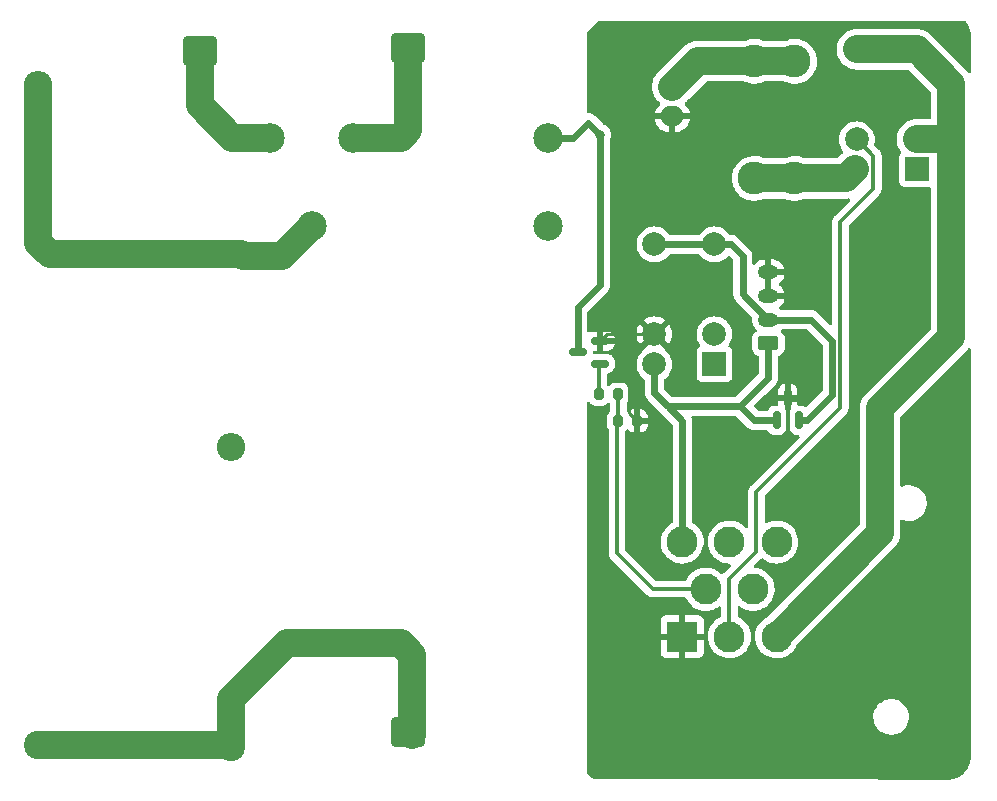
<source format=gbr>
%TF.GenerationSoftware,KiCad,Pcbnew,(6.0.7)*%
%TF.CreationDate,2022-11-28T12:10:14-05:00*%
%TF.ProjectId,pacman,7061636d-616e-42e6-9b69-6361645f7063,rev?*%
%TF.SameCoordinates,Original*%
%TF.FileFunction,Copper,L1,Top*%
%TF.FilePolarity,Positive*%
%FSLAX46Y46*%
G04 Gerber Fmt 4.6, Leading zero omitted, Abs format (unit mm)*
G04 Created by KiCad (PCBNEW (6.0.7)) date 2022-11-28 12:10:14*
%MOMM*%
%LPD*%
G01*
G04 APERTURE LIST*
G04 Aperture macros list*
%AMRoundRect*
0 Rectangle with rounded corners*
0 $1 Rounding radius*
0 $2 $3 $4 $5 $6 $7 $8 $9 X,Y pos of 4 corners*
0 Add a 4 corners polygon primitive as box body*
4,1,4,$2,$3,$4,$5,$6,$7,$8,$9,$2,$3,0*
0 Add four circle primitives for the rounded corners*
1,1,$1+$1,$2,$3*
1,1,$1+$1,$4,$5*
1,1,$1+$1,$6,$7*
1,1,$1+$1,$8,$9*
0 Add four rect primitives between the rounded corners*
20,1,$1+$1,$2,$3,$4,$5,0*
20,1,$1+$1,$4,$5,$6,$7,0*
20,1,$1+$1,$6,$7,$8,$9,0*
20,1,$1+$1,$8,$9,$2,$3,0*%
G04 Aperture macros list end*
%TA.AperFunction,ComponentPad*%
%ADD10RoundRect,0.250000X0.625000X-0.350000X0.625000X0.350000X-0.625000X0.350000X-0.625000X-0.350000X0*%
%TD*%
%TA.AperFunction,ComponentPad*%
%ADD11O,1.750000X1.200000*%
%TD*%
%TA.AperFunction,ComponentPad*%
%ADD12R,2.000000X2.000000*%
%TD*%
%TA.AperFunction,ComponentPad*%
%ADD13C,2.000000*%
%TD*%
%TA.AperFunction,ComponentPad*%
%ADD14C,2.500000*%
%TD*%
%TA.AperFunction,ComponentPad*%
%ADD15C,2.780000*%
%TD*%
%TA.AperFunction,ComponentPad*%
%ADD16RoundRect,0.250000X1.150000X-0.980000X1.150000X0.980000X-1.150000X0.980000X-1.150000X-0.980000X0*%
%TD*%
%TA.AperFunction,SMDPad,CuDef*%
%ADD17RoundRect,0.150000X0.587500X0.150000X-0.587500X0.150000X-0.587500X-0.150000X0.587500X-0.150000X0*%
%TD*%
%TA.AperFunction,ComponentPad*%
%ADD18RoundRect,0.250000X-0.750000X0.600000X-0.750000X-0.600000X0.750000X-0.600000X0.750000X0.600000X0*%
%TD*%
%TA.AperFunction,ComponentPad*%
%ADD19O,2.000000X1.700000*%
%TD*%
%TA.AperFunction,SMDPad,CuDef*%
%ADD20RoundRect,0.200000X-0.200000X-0.275000X0.200000X-0.275000X0.200000X0.275000X-0.200000X0.275000X0*%
%TD*%
%TA.AperFunction,ComponentPad*%
%ADD21C,2.400000*%
%TD*%
%TA.AperFunction,ComponentPad*%
%ADD22O,2.400000X2.400000*%
%TD*%
%TA.AperFunction,SMDPad,CuDef*%
%ADD23RoundRect,0.150000X0.150000X-0.587500X0.150000X0.587500X-0.150000X0.587500X-0.150000X-0.587500X0*%
%TD*%
%TA.AperFunction,SMDPad,CuDef*%
%ADD24RoundRect,0.200000X0.200000X0.275000X-0.200000X0.275000X-0.200000X-0.275000X0.200000X-0.275000X0*%
%TD*%
%TA.AperFunction,ComponentPad*%
%ADD25R,2.625000X2.625000*%
%TD*%
%TA.AperFunction,ComponentPad*%
%ADD26C,2.625000*%
%TD*%
%TA.AperFunction,ViaPad*%
%ADD27C,0.800000*%
%TD*%
%TA.AperFunction,Conductor*%
%ADD28C,2.400000*%
%TD*%
%TA.AperFunction,Conductor*%
%ADD29C,0.600000*%
%TD*%
%TA.AperFunction,Conductor*%
%ADD30C,0.250000*%
%TD*%
%TA.AperFunction,Conductor*%
%ADD31C,0.200000*%
%TD*%
%TA.AperFunction,Conductor*%
%ADD32C,0.360000*%
%TD*%
G04 APERTURE END LIST*
D10*
%TO.P,J9,1,Pin_1*%
%TO.N,/AIR_B-*%
X186182000Y-78105000D03*
D11*
%TO.P,J9,2,Pin_2*%
%TO.N,/AIR_B+*%
X186182000Y-76105000D03*
%TO.P,J9,3,Pin_3*%
%TO.N,GND*%
X186182000Y-74105000D03*
%TO.P,J9,4,Pin_4*%
X186182000Y-72105000D03*
%TD*%
D12*
%TO.P,K3,1*%
%TO.N,unconnected-(K3-Pad1)*%
X198749500Y-63377500D03*
D13*
%TO.P,K3,2*%
%TO.N,+12V*%
X198749500Y-60837500D03*
%TO.P,K3,5*%
X198749500Y-53217500D03*
%TO.P,K3,6*%
X193669500Y-53217500D03*
%TO.P,K3,9*%
%TO.N,/BMS_FAN*%
X193669500Y-60837500D03*
%TO.P,K3,10*%
%TO.N,/FAN_OUT*%
X193669500Y-63377500D03*
%TD*%
D14*
%TO.P,K1,1*%
%TO.N,/INT-*%
X151013000Y-60706000D03*
%TO.P,K1,2*%
%TO.N,/AIR_B-*%
X167513000Y-68206000D03*
%TO.P,K1,5*%
%TO.N,Net-(K1-Pad5)*%
X147513000Y-68206000D03*
%TO.P,K1,9*%
%TO.N,Net-(D3-Pad2)*%
X167513000Y-60706000D03*
%TO.P,K1,10*%
%TO.N,/B+*%
X144013000Y-60706000D03*
%TD*%
D15*
%TO.P,F3,1*%
%TO.N,/FAN_OUT*%
X188390000Y-64142000D03*
X184990000Y-64142000D03*
%TO.P,F3,2*%
%TO.N,Net-(F3-Pad2)*%
X184990000Y-54222000D03*
X188390000Y-54222000D03*
%TD*%
D16*
%TO.P,J3,1,Pin_1*%
%TO.N,/INT+*%
X155702000Y-110998000D03*
%TD*%
D17*
%TO.P,Q2,1,B*%
%TO.N,Net-(Q2-Pad1)*%
X171928000Y-79817000D03*
%TO.P,Q2,2,E*%
%TO.N,GND*%
X171928000Y-77917000D03*
%TO.P,Q2,3,C*%
%TO.N,Net-(D3-Pad2)*%
X170053000Y-78867000D03*
%TD*%
D18*
%TO.P,J6,1,Pin_1*%
%TO.N,Net-(F3-Pad2)*%
X178054000Y-56388000D03*
D19*
%TO.P,J6,2,Pin_2*%
%TO.N,GND*%
X178054000Y-58888000D03*
%TD*%
D20*
%TO.P,R5,1*%
%TO.N,Net-(Q2-Pad1)*%
X171831000Y-82423000D03*
%TO.P,R5,2*%
%TO.N,/PRECHARGE*%
X173481000Y-82423000D03*
%TD*%
D21*
%TO.P,R3,1*%
%TO.N,/INT+*%
X124333000Y-112141000D03*
D22*
%TO.P,R3,2*%
%TO.N,Net-(K1-Pad5)*%
X124333000Y-56261000D03*
%TD*%
D16*
%TO.P,J4,1,Pin_1*%
%TO.N,/B+*%
X138049000Y-53340000D03*
%TD*%
D23*
%TO.P,D5,1,K*%
%TO.N,/AIR_B-*%
X186883000Y-84630500D03*
%TO.P,D5,2,K*%
%TO.N,/AIR_B+*%
X188783000Y-84630500D03*
%TO.P,D5,3,A*%
%TO.N,GND*%
X187833000Y-82755500D03*
%TD*%
D16*
%TO.P,J5,1,Pin_1*%
%TO.N,/INT-*%
X155702000Y-53086000D03*
%TD*%
D24*
%TO.P,R6,1*%
%TO.N,GND*%
X175069000Y-84683600D03*
%TO.P,R6,2*%
%TO.N,/PRECHARGE*%
X173419000Y-84683600D03*
%TD*%
D12*
%TO.P,K2,1*%
%TO.N,unconnected-(K2-Pad1)*%
X181610000Y-79883000D03*
D13*
%TO.P,K2,2*%
%TO.N,/MAIN_CONT*%
X181610000Y-77343000D03*
%TO.P,K2,5*%
%TO.N,/AIR_B+*%
X181610000Y-69723000D03*
%TO.P,K2,6*%
X176530000Y-69723000D03*
%TO.P,K2,9*%
%TO.N,GND*%
X176530000Y-77343000D03*
%TO.P,K2,10*%
%TO.N,/AIR_B-*%
X176530000Y-79883000D03*
%TD*%
D25*
%TO.P,J1,1,Pin_1*%
%TO.N,GND*%
X178880000Y-102933000D03*
D26*
%TO.P,J1,2,Pin_2*%
%TO.N,/BMS_FAN*%
X182880000Y-102933000D03*
%TO.P,J1,3,Pin_3*%
%TO.N,+12V*%
X186880000Y-102933000D03*
%TO.P,J1,4,Pin_4*%
%TO.N,/PRECHARGE*%
X180880000Y-98933000D03*
%TO.P,J1,5,Pin_5*%
%TO.N,unconnected-(J1-Pad5)*%
X184880000Y-98933000D03*
%TO.P,J1,6,Pin_6*%
%TO.N,/AIR_B-*%
X178880000Y-94933000D03*
%TO.P,J1,7,Pin_7*%
%TO.N,/MAIN_CONT*%
X182880000Y-94933000D03*
%TO.P,J1,8,Pin_8*%
%TO.N,unconnected-(J1-Pad8)*%
X186880000Y-94933000D03*
%TD*%
D21*
%TO.P,R1,1*%
%TO.N,/INT+*%
X140716000Y-112268000D03*
D22*
%TO.P,R1,2*%
%TO.N,Net-(D1-Pad2)*%
X140716000Y-86868000D03*
%TD*%
D27*
%TO.N,Net-(D3-Pad2)*%
X171958000Y-60452000D03*
%TO.N,GND*%
X190070606Y-81506194D03*
%TD*%
D28*
%TO.N,/INT-*%
X155702000Y-60071000D02*
X155702000Y-53086000D01*
X151013000Y-60706000D02*
X155067000Y-60706000D01*
X155067000Y-60706000D02*
X155702000Y-60071000D01*
D29*
%TO.N,Net-(D3-Pad2)*%
X169672000Y-60706000D02*
X167513000Y-60706000D01*
X170942000Y-59436000D02*
X171958000Y-60452000D01*
X171958000Y-60452000D02*
X171958000Y-73152000D01*
X170942000Y-59436000D02*
X169672000Y-60706000D01*
X170053000Y-75057000D02*
X170053000Y-78867000D01*
X171958000Y-73152000D02*
X170053000Y-75057000D01*
D30*
%TO.N,GND*%
X174371000Y-77343000D02*
X174371000Y-83985600D01*
D29*
X188821300Y-82755500D02*
X190070606Y-81506194D01*
D30*
X171928000Y-77917000D02*
X172502000Y-77343000D01*
D29*
X187833000Y-82755500D02*
X188821300Y-82755500D01*
D30*
X174371000Y-77343000D02*
X176530000Y-77343000D01*
X172502000Y-77343000D02*
X174371000Y-77343000D01*
X174371000Y-83985600D02*
X175069000Y-84683600D01*
D29*
%TO.N,/AIR_B+*%
X191598000Y-82468000D02*
X191598000Y-77907600D01*
X188783000Y-84630500D02*
X189435500Y-84630500D01*
X184023000Y-70739000D02*
X183007000Y-69723000D01*
X189795400Y-76105000D02*
X186182000Y-76105000D01*
X189435500Y-84630500D02*
X191598000Y-82468000D01*
X183007000Y-69723000D02*
X181610000Y-69723000D01*
X181610000Y-69723000D02*
X176530000Y-69723000D01*
X184023000Y-73946000D02*
X186182000Y-76105000D01*
X191598000Y-77907600D02*
X189795400Y-76105000D01*
X184023000Y-70739000D02*
X184023000Y-73946000D01*
D31*
%TO.N,unconnected-(J1-Pad8)*%
X186880000Y-94933000D02*
X187654999Y-95707999D01*
D28*
%TO.N,/B+*%
X144013000Y-60706000D02*
X140801037Y-60706000D01*
X140801037Y-60706000D02*
X138049000Y-57953963D01*
X138049000Y-57953963D02*
X138049000Y-53340000D01*
%TO.N,+12V*%
X201676000Y-56144000D02*
X198749500Y-53217500D01*
X198749500Y-53217500D02*
X193669500Y-53217500D01*
X201676000Y-61504978D02*
X201008522Y-60837500D01*
X201676000Y-77570958D02*
X201676000Y-61504978D01*
X201676000Y-61504978D02*
X201676000Y-56144000D01*
X195630479Y-94182521D02*
X195630479Y-83616479D01*
X201008522Y-60837500D02*
X198749500Y-60837500D01*
X186880000Y-102933000D02*
X195630479Y-94182521D01*
X195630479Y-83616479D02*
X201676000Y-77570958D01*
D32*
%TO.N,/PRECHARGE*%
X173355000Y-84581000D02*
X173481000Y-84455000D01*
X180880000Y-98933000D02*
X176403000Y-98933000D01*
X173355000Y-95885000D02*
X173355000Y-84581000D01*
X173481000Y-84455000D02*
X173481000Y-82423000D01*
X176403000Y-98933000D02*
X173355000Y-95885000D01*
D29*
%TO.N,/AIR_B-*%
X182499000Y-83439000D02*
X183769000Y-83439000D01*
X177673000Y-83439000D02*
X178880000Y-84646000D01*
X183769000Y-83439000D02*
X184960500Y-84630500D01*
X184960500Y-84630500D02*
X186883000Y-84630500D01*
X176530000Y-82296000D02*
X177673000Y-83439000D01*
X176530000Y-79883000D02*
X176530000Y-82296000D01*
X182499000Y-83439000D02*
X177673000Y-83439000D01*
X178880000Y-84646000D02*
X178880000Y-94933000D01*
X183769000Y-83439000D02*
X186182000Y-81026000D01*
X186182000Y-81026000D02*
X186182000Y-78105000D01*
D28*
%TO.N,/INT+*%
X145161000Y-103754000D02*
X140716000Y-108199000D01*
X140589000Y-112141000D02*
X140716000Y-112268000D01*
X155067000Y-103500000D02*
X150246000Y-103500000D01*
X124333000Y-112141000D02*
X140589000Y-112141000D01*
X150246000Y-103500000D02*
X145415000Y-103500000D01*
X145415000Y-103500000D02*
X145161000Y-103754000D01*
X156045000Y-104478000D02*
X155067000Y-103500000D01*
X140716000Y-108199000D02*
X140716000Y-112268000D01*
X156045000Y-111251000D02*
X156045000Y-104478000D01*
%TO.N,Net-(K1-Pad5)*%
X141727060Y-70750258D02*
X144968742Y-70750258D01*
X125318999Y-70581999D02*
X124333000Y-69596000D01*
X141558801Y-70581999D02*
X141727060Y-70750258D01*
X125318999Y-70581999D02*
X141558801Y-70581999D01*
X144968742Y-70750258D02*
X147513000Y-68206000D01*
X124333000Y-69596000D02*
X124333000Y-56261000D01*
D32*
%TO.N,Net-(Q2-Pad1)*%
X171831000Y-79914000D02*
X171928000Y-79817000D01*
X171831000Y-82423000D02*
X171831000Y-79914000D01*
D28*
%TO.N,Net-(F3-Pad2)*%
X184990000Y-54222000D02*
X180220000Y-54222000D01*
X188390000Y-54222000D02*
X184990000Y-54222000D01*
X180220000Y-54222000D02*
X178054000Y-56388000D01*
%TO.N,/FAN_OUT*%
X184990000Y-64142000D02*
X188390000Y-64142000D01*
X192727980Y-64142000D02*
X193492480Y-63377500D01*
X188390000Y-64142000D02*
X192727980Y-64142000D01*
D32*
%TO.N,/BMS_FAN*%
X193669500Y-60837500D02*
X195072000Y-62240000D01*
X185166000Y-90678000D02*
X185166000Y-95758000D01*
X192278000Y-67818000D02*
X192278000Y-83566000D01*
X182880000Y-98044000D02*
X182880000Y-102933000D01*
X195072000Y-65024000D02*
X192278000Y-67818000D01*
X192278000Y-83566000D02*
X185166000Y-90678000D01*
X195072000Y-62240000D02*
X195072000Y-65024000D01*
X185166000Y-95758000D02*
X182880000Y-98044000D01*
%TD*%
%TA.AperFunction,Conductor*%
%TO.N,GND*%
G36*
X202879233Y-50820002D02*
G01*
X202907735Y-50845130D01*
X202923182Y-50863586D01*
X202932561Y-50876342D01*
X203063178Y-51079615D01*
X203070884Y-51093447D01*
X203174981Y-51311506D01*
X203180891Y-51326195D01*
X203254571Y-51548795D01*
X203256819Y-51555588D01*
X203260839Y-51570898D01*
X203275370Y-51644902D01*
X203307398Y-51808008D01*
X203309466Y-51823705D01*
X203316296Y-51923755D01*
X203320006Y-51978102D01*
X203323615Y-52030978D01*
X203322634Y-52055154D01*
X203322617Y-52057560D01*
X203321283Y-52066436D01*
X203322494Y-52075332D01*
X203322494Y-52075334D01*
X203325348Y-52096296D01*
X203326500Y-52113292D01*
X203326500Y-55117209D01*
X203306498Y-55185330D01*
X203252842Y-55231823D01*
X203182568Y-55241927D01*
X203117988Y-55212433D01*
X203091881Y-55181067D01*
X203083062Y-55166066D01*
X203080040Y-55162354D01*
X203080033Y-55162344D01*
X203046511Y-55121168D01*
X203040572Y-55113259D01*
X203009958Y-55068965D01*
X203009956Y-55068962D01*
X203007661Y-55065642D01*
X202951931Y-55003747D01*
X202950743Y-55002559D01*
X202949640Y-55001397D01*
X202949683Y-55001356D01*
X202942396Y-54993285D01*
X202921971Y-54968197D01*
X202918949Y-54964485D01*
X202855054Y-54906650D01*
X202850515Y-54902331D01*
X199984178Y-52035994D01*
X199984014Y-52035693D01*
X199983945Y-52035761D01*
X199923055Y-51974551D01*
X199869155Y-51920368D01*
X199865309Y-51917527D01*
X199818714Y-51883111D01*
X199811494Y-51877357D01*
X199767562Y-51839637D01*
X199763931Y-51836519D01*
X199759877Y-51833991D01*
X199759872Y-51833987D01*
X199714803Y-51805880D01*
X199706621Y-51800319D01*
X199663918Y-51768778D01*
X199663917Y-51768777D01*
X199660066Y-51765933D01*
X199604578Y-51736740D01*
X199596574Y-51732146D01*
X199547428Y-51701495D01*
X199547426Y-51701494D01*
X199543371Y-51698965D01*
X199538984Y-51697080D01*
X199538976Y-51697076D01*
X199490179Y-51676112D01*
X199481248Y-51671852D01*
X199434256Y-51647128D01*
X199434250Y-51647125D01*
X199430024Y-51644902D01*
X199425510Y-51643343D01*
X199425500Y-51643339D01*
X199370757Y-51624436D01*
X199362146Y-51621105D01*
X199308936Y-51598245D01*
X199308933Y-51598244D01*
X199304541Y-51596357D01*
X199299923Y-51595158D01*
X199299916Y-51595156D01*
X199248514Y-51581815D01*
X199239044Y-51578956D01*
X199188845Y-51561622D01*
X199188843Y-51561622D01*
X199184321Y-51560060D01*
X199179615Y-51559200D01*
X199179613Y-51559200D01*
X199122641Y-51548795D01*
X199113625Y-51546804D01*
X199057566Y-51532254D01*
X199057567Y-51532254D01*
X199052939Y-51531053D01*
X198995348Y-51525153D01*
X198985555Y-51523759D01*
X198928612Y-51513359D01*
X198845439Y-51509000D01*
X198843767Y-51509000D01*
X198842134Y-51508957D01*
X198842136Y-51508898D01*
X198831297Y-51508344D01*
X198794355Y-51504559D01*
X198789574Y-51504797D01*
X198789573Y-51504797D01*
X198708284Y-51508844D01*
X198702019Y-51509000D01*
X193603401Y-51509000D01*
X193601022Y-51509181D01*
X193601021Y-51509181D01*
X193415077Y-51523325D01*
X193415072Y-51523326D01*
X193410310Y-51523688D01*
X193405656Y-51524767D01*
X193405654Y-51524767D01*
X193253389Y-51560060D01*
X193157085Y-51582382D01*
X192915652Y-51678705D01*
X192691566Y-51810438D01*
X192489985Y-51974551D01*
X192315547Y-52167267D01*
X192172267Y-52384151D01*
X192170266Y-52388491D01*
X192170264Y-52388495D01*
X192065447Y-52615860D01*
X192063441Y-52620212D01*
X192062117Y-52624813D01*
X192062117Y-52624814D01*
X191996006Y-52854614D01*
X191991574Y-52870018D01*
X191958320Y-53127821D01*
X191964444Y-53387687D01*
X192009806Y-53643637D01*
X192093360Y-53889781D01*
X192213185Y-54120454D01*
X192216000Y-54124308D01*
X192216003Y-54124312D01*
X192363700Y-54326483D01*
X192366523Y-54330347D01*
X192458184Y-54422489D01*
X192546471Y-54511241D01*
X192546476Y-54511245D01*
X192549845Y-54514632D01*
X192758934Y-54669067D01*
X192988976Y-54790098D01*
X192993495Y-54791659D01*
X192993501Y-54791661D01*
X193230161Y-54873380D01*
X193234679Y-54874940D01*
X193490388Y-54921641D01*
X193573561Y-54926000D01*
X197989626Y-54926000D01*
X198057747Y-54946002D01*
X198078721Y-54962905D01*
X199930595Y-56814779D01*
X199964621Y-56877091D01*
X199967500Y-56903874D01*
X199967500Y-59003000D01*
X199947498Y-59071121D01*
X199893842Y-59117614D01*
X199841500Y-59129000D01*
X198683401Y-59129000D01*
X198681022Y-59129181D01*
X198681021Y-59129181D01*
X198495077Y-59143325D01*
X198495072Y-59143326D01*
X198490310Y-59143688D01*
X198485656Y-59144767D01*
X198485654Y-59144767D01*
X198241740Y-59201303D01*
X198237085Y-59202382D01*
X197995652Y-59298705D01*
X197771566Y-59430438D01*
X197569985Y-59594551D01*
X197395547Y-59787267D01*
X197252267Y-60004151D01*
X197250266Y-60008491D01*
X197250264Y-60008495D01*
X197148109Y-60230086D01*
X197143441Y-60240212D01*
X197142117Y-60244813D01*
X197142117Y-60244814D01*
X197080623Y-60458565D01*
X197071574Y-60490018D01*
X197038320Y-60747821D01*
X197040478Y-60839396D01*
X197043577Y-60970887D01*
X197044444Y-61007687D01*
X197089806Y-61263637D01*
X197173360Y-61509781D01*
X197293185Y-61740454D01*
X197296000Y-61744308D01*
X197296003Y-61744312D01*
X197385403Y-61866684D01*
X197409436Y-61933489D01*
X197393537Y-62002683D01*
X197384489Y-62016575D01*
X197298885Y-62130795D01*
X197247755Y-62267184D01*
X197241000Y-62329366D01*
X197241000Y-64425634D01*
X197247755Y-64487816D01*
X197298885Y-64624205D01*
X197386239Y-64740761D01*
X197502795Y-64828115D01*
X197639184Y-64879245D01*
X197701366Y-64886000D01*
X199797634Y-64886000D01*
X199827892Y-64882713D01*
X199897775Y-64895241D01*
X199949790Y-64943562D01*
X199967500Y-65007976D01*
X199967500Y-76811084D01*
X199947498Y-76879205D01*
X199930595Y-76900179D01*
X194448973Y-82381801D01*
X194448672Y-82381965D01*
X194448740Y-82382034D01*
X194333347Y-82496824D01*
X194330508Y-82500667D01*
X194330506Y-82500670D01*
X194296090Y-82547265D01*
X194290336Y-82554485D01*
X194265496Y-82583415D01*
X194249498Y-82602048D01*
X194246970Y-82606102D01*
X194246966Y-82606107D01*
X194218859Y-82651176D01*
X194213299Y-82659356D01*
X194178912Y-82705913D01*
X194150879Y-82759196D01*
X194149722Y-82761395D01*
X194145128Y-82769400D01*
X194111944Y-82822608D01*
X194110059Y-82826995D01*
X194110055Y-82827003D01*
X194089091Y-82875800D01*
X194084831Y-82884731D01*
X194060107Y-82931723D01*
X194060104Y-82931729D01*
X194057881Y-82935955D01*
X194056322Y-82940469D01*
X194056318Y-82940479D01*
X194037415Y-82995222D01*
X194034084Y-83003833D01*
X194011224Y-83057043D01*
X194009336Y-83061438D01*
X194008137Y-83066056D01*
X194008135Y-83066063D01*
X193994794Y-83117465D01*
X193991935Y-83126935D01*
X193990229Y-83131877D01*
X193973039Y-83181658D01*
X193972179Y-83186364D01*
X193972179Y-83186366D01*
X193961774Y-83243338D01*
X193959783Y-83252354D01*
X193944032Y-83313040D01*
X193943545Y-83317794D01*
X193938132Y-83370628D01*
X193936738Y-83380422D01*
X193926338Y-83437367D01*
X193921979Y-83520540D01*
X193921979Y-83522212D01*
X193921936Y-83523845D01*
X193921877Y-83523843D01*
X193921323Y-83534681D01*
X193917538Y-83571624D01*
X193917776Y-83576405D01*
X193917776Y-83576406D01*
X193921823Y-83657695D01*
X193921979Y-83663960D01*
X193921979Y-93422647D01*
X193901977Y-93490768D01*
X193885074Y-93511742D01*
X186133564Y-101263252D01*
X186097221Y-101288582D01*
X185994686Y-101335852D01*
X185990777Y-101338415D01*
X185772250Y-101481687D01*
X185772245Y-101481691D01*
X185768337Y-101484253D01*
X185566409Y-101664480D01*
X185393339Y-101872575D01*
X185252928Y-102103965D01*
X185251119Y-102108279D01*
X185251118Y-102108281D01*
X185233123Y-102151195D01*
X185148260Y-102353568D01*
X185081637Y-102615900D01*
X185054520Y-102885198D01*
X185067506Y-103155546D01*
X185120309Y-103421006D01*
X185121888Y-103425404D01*
X185121890Y-103425411D01*
X185170871Y-103561833D01*
X185211769Y-103675744D01*
X185339878Y-103914166D01*
X185501820Y-104131033D01*
X185505129Y-104134313D01*
X185505134Y-104134319D01*
X185669227Y-104296986D01*
X185694039Y-104321582D01*
X185697801Y-104324340D01*
X185697804Y-104324343D01*
X185750670Y-104363106D01*
X185912311Y-104481626D01*
X185916442Y-104483800D01*
X185916443Y-104483800D01*
X186147707Y-104605474D01*
X186147713Y-104605476D01*
X186151842Y-104607649D01*
X186156249Y-104609188D01*
X186156256Y-104609191D01*
X186388478Y-104690286D01*
X186407369Y-104696883D01*
X186426499Y-104700515D01*
X186668690Y-104746497D01*
X186668693Y-104746497D01*
X186673279Y-104747368D01*
X186801855Y-104752420D01*
X186939062Y-104757811D01*
X186939067Y-104757811D01*
X186943730Y-104757994D01*
X187071700Y-104743979D01*
X187208128Y-104729038D01*
X187208133Y-104729037D01*
X187212781Y-104728528D01*
X187217305Y-104727337D01*
X187469999Y-104660808D01*
X187470001Y-104660807D01*
X187474522Y-104659617D01*
X187478819Y-104657771D01*
X187718908Y-104554621D01*
X187718910Y-104554620D01*
X187723202Y-104552776D01*
X187842642Y-104478864D01*
X187949385Y-104412810D01*
X187949389Y-104412807D01*
X187953358Y-104410351D01*
X188054955Y-104324343D01*
X188156368Y-104238491D01*
X188156370Y-104238489D01*
X188159935Y-104235471D01*
X188338393Y-104031978D01*
X188484813Y-103804342D01*
X188524499Y-103716243D01*
X188550286Y-103678898D01*
X196811985Y-95417199D01*
X196812286Y-95417035D01*
X196812218Y-95416966D01*
X196924224Y-95305545D01*
X196927611Y-95302176D01*
X196934805Y-95292436D01*
X196964868Y-95251735D01*
X196970622Y-95244515D01*
X197008342Y-95200583D01*
X197011460Y-95196952D01*
X197013988Y-95192898D01*
X197013992Y-95192893D01*
X197042099Y-95147824D01*
X197047660Y-95139642D01*
X197079201Y-95096939D01*
X197079202Y-95096938D01*
X197082046Y-95093087D01*
X197111239Y-95037599D01*
X197115833Y-95029595D01*
X197146484Y-94980449D01*
X197146485Y-94980447D01*
X197149014Y-94976392D01*
X197150899Y-94972005D01*
X197150903Y-94971997D01*
X197171867Y-94923200D01*
X197176127Y-94914269D01*
X197200851Y-94867277D01*
X197200854Y-94867271D01*
X197203077Y-94863045D01*
X197204636Y-94858531D01*
X197204640Y-94858521D01*
X197223543Y-94803778D01*
X197226874Y-94795167D01*
X197249734Y-94741957D01*
X197249735Y-94741954D01*
X197251622Y-94737562D01*
X197252821Y-94732944D01*
X197252823Y-94732937D01*
X197266164Y-94681535D01*
X197269023Y-94672065D01*
X197286357Y-94621866D01*
X197286357Y-94621864D01*
X197287919Y-94617342D01*
X197299184Y-94555662D01*
X197301175Y-94546646D01*
X197315725Y-94490587D01*
X197316926Y-94485960D01*
X197322826Y-94428369D01*
X197324220Y-94418576D01*
X197327777Y-94399098D01*
X197334620Y-94361633D01*
X197338979Y-94278460D01*
X197338979Y-94276788D01*
X197339022Y-94275155D01*
X197339081Y-94275157D01*
X197339635Y-94264318D01*
X197342932Y-94232137D01*
X197343420Y-94227376D01*
X197339135Y-94141305D01*
X197338979Y-94135040D01*
X197338979Y-93149947D01*
X197358981Y-93081826D01*
X197412637Y-93035333D01*
X197482911Y-93025229D01*
X197505998Y-93030811D01*
X197703631Y-93098862D01*
X197790364Y-93113843D01*
X197938926Y-93139504D01*
X197938932Y-93139505D01*
X197942836Y-93140179D01*
X197946797Y-93140359D01*
X197946798Y-93140359D01*
X197970506Y-93141436D01*
X197970525Y-93141436D01*
X197971925Y-93141500D01*
X198141001Y-93141500D01*
X198143509Y-93141298D01*
X198143514Y-93141298D01*
X198316924Y-93127346D01*
X198316929Y-93127345D01*
X198321965Y-93126940D01*
X198326873Y-93125734D01*
X198326876Y-93125734D01*
X198552792Y-93070244D01*
X198557706Y-93069037D01*
X198562358Y-93067062D01*
X198562362Y-93067061D01*
X198776498Y-92976165D01*
X198781156Y-92974188D01*
X198857646Y-92926019D01*
X198982288Y-92847528D01*
X198982291Y-92847526D01*
X198986567Y-92844833D01*
X199032166Y-92804633D01*
X199164858Y-92687650D01*
X199164861Y-92687647D01*
X199168655Y-92684302D01*
X199322734Y-92496722D01*
X199444841Y-92286922D01*
X199531833Y-92060298D01*
X199581474Y-91822680D01*
X199592486Y-91580183D01*
X199564585Y-91339044D01*
X199498490Y-91105468D01*
X199496356Y-91100892D01*
X199496354Y-91100886D01*
X199398038Y-90890046D01*
X199398036Y-90890042D01*
X199395901Y-90885464D01*
X199259456Y-90684693D01*
X199092668Y-90508319D01*
X199066780Y-90488526D01*
X198903846Y-90363953D01*
X198903842Y-90363950D01*
X198899826Y-90360880D01*
X198685891Y-90246169D01*
X198456369Y-90167138D01*
X198357022Y-90149978D01*
X198221074Y-90126496D01*
X198221068Y-90126495D01*
X198217164Y-90125821D01*
X198213203Y-90125641D01*
X198213202Y-90125641D01*
X198189494Y-90124564D01*
X198189475Y-90124564D01*
X198188075Y-90124500D01*
X198018999Y-90124500D01*
X198016491Y-90124702D01*
X198016486Y-90124702D01*
X197843076Y-90138654D01*
X197843071Y-90138655D01*
X197838035Y-90139060D01*
X197833127Y-90140266D01*
X197833124Y-90140266D01*
X197607208Y-90195756D01*
X197602294Y-90196963D01*
X197597642Y-90198938D01*
X197597638Y-90198939D01*
X197514211Y-90234352D01*
X197443690Y-90242557D01*
X197379928Y-90211332D01*
X197343169Y-90150593D01*
X197338979Y-90118368D01*
X197338979Y-84376353D01*
X197358981Y-84308232D01*
X197375884Y-84287258D01*
X202857506Y-78805636D01*
X202857807Y-78805472D01*
X202857739Y-78805403D01*
X202898068Y-78765285D01*
X202973132Y-78690613D01*
X202975973Y-78686767D01*
X203010389Y-78640172D01*
X203016143Y-78632952D01*
X203048652Y-78595089D01*
X203056981Y-78585389D01*
X203059509Y-78581335D01*
X203059513Y-78581330D01*
X203087620Y-78536261D01*
X203093181Y-78528079D01*
X203099149Y-78519999D01*
X203155710Y-78477088D01*
X203226492Y-78471568D01*
X203289021Y-78505192D01*
X203323446Y-78567284D01*
X203326500Y-78594858D01*
X203326500Y-112980633D01*
X203325000Y-113000018D01*
X203322690Y-113014851D01*
X203322690Y-113014855D01*
X203321309Y-113023724D01*
X203322473Y-113032626D01*
X203322473Y-113032629D01*
X203323439Y-113040012D01*
X203324233Y-113064591D01*
X203309660Y-113286922D01*
X203307509Y-113303262D01*
X203258889Y-113547693D01*
X203254625Y-113563606D01*
X203220312Y-113664689D01*
X203174516Y-113799600D01*
X203168209Y-113814826D01*
X203057984Y-114038342D01*
X203049743Y-114052616D01*
X202911287Y-114259829D01*
X202901254Y-114272905D01*
X202736932Y-114460278D01*
X202725278Y-114471932D01*
X202537905Y-114636254D01*
X202524829Y-114646287D01*
X202317616Y-114784743D01*
X202303342Y-114792984D01*
X202079826Y-114903209D01*
X202064602Y-114909515D01*
X201828606Y-114989625D01*
X201812696Y-114993888D01*
X201690478Y-115018199D01*
X201568262Y-115042509D01*
X201551922Y-115044660D01*
X201403134Y-115054413D01*
X201336763Y-115058763D01*
X201313651Y-115057733D01*
X201310146Y-115057690D01*
X201301276Y-115056309D01*
X201292374Y-115057473D01*
X201292370Y-115057473D01*
X201270731Y-115060303D01*
X201253991Y-115061366D01*
X189909236Y-115025095D01*
X171389738Y-114965884D01*
X171321683Y-114945665D01*
X171301041Y-114928975D01*
X171275279Y-114903209D01*
X170852035Y-114479910D01*
X170818014Y-114417596D01*
X170815136Y-114390805D01*
X170815292Y-113183081D01*
X170815332Y-112876639D01*
X170815731Y-109785817D01*
X195067514Y-109785817D01*
X195068095Y-109790837D01*
X195068095Y-109790841D01*
X195083923Y-109927631D01*
X195095415Y-110026956D01*
X195096791Y-110031820D01*
X195096792Y-110031823D01*
X195142476Y-110193266D01*
X195161510Y-110260532D01*
X195163644Y-110265108D01*
X195163646Y-110265114D01*
X195220446Y-110386922D01*
X195264099Y-110480536D01*
X195400544Y-110681307D01*
X195567332Y-110857681D01*
X195571358Y-110860759D01*
X195571359Y-110860760D01*
X195756154Y-111002047D01*
X195756158Y-111002050D01*
X195760174Y-111005120D01*
X195974109Y-111119831D01*
X196203631Y-111198862D01*
X196302978Y-111216022D01*
X196438926Y-111239504D01*
X196438932Y-111239505D01*
X196442836Y-111240179D01*
X196446797Y-111240359D01*
X196446798Y-111240359D01*
X196470506Y-111241436D01*
X196470525Y-111241436D01*
X196471925Y-111241500D01*
X196641001Y-111241500D01*
X196643509Y-111241298D01*
X196643514Y-111241298D01*
X196816924Y-111227346D01*
X196816929Y-111227345D01*
X196821965Y-111226940D01*
X196826873Y-111225734D01*
X196826876Y-111225734D01*
X197052792Y-111170244D01*
X197057706Y-111169037D01*
X197062358Y-111167062D01*
X197062362Y-111167061D01*
X197276498Y-111076165D01*
X197281156Y-111074188D01*
X197387037Y-111007511D01*
X197482288Y-110947528D01*
X197482291Y-110947526D01*
X197486567Y-110944833D01*
X197585422Y-110857681D01*
X197664858Y-110787650D01*
X197664861Y-110787647D01*
X197668655Y-110784302D01*
X197822734Y-110596722D01*
X197944841Y-110386922D01*
X198031833Y-110160298D01*
X198081474Y-109922680D01*
X198092486Y-109680183D01*
X198077235Y-109548373D01*
X198065167Y-109444071D01*
X198065166Y-109444067D01*
X198064585Y-109439044D01*
X198025517Y-109300978D01*
X197999866Y-109210331D01*
X197998490Y-109205468D01*
X197996356Y-109200892D01*
X197996354Y-109200886D01*
X197898038Y-108990046D01*
X197898036Y-108990042D01*
X197895901Y-108985464D01*
X197759456Y-108784693D01*
X197592668Y-108608319D01*
X197588641Y-108605240D01*
X197403846Y-108463953D01*
X197403842Y-108463950D01*
X197399826Y-108460880D01*
X197185891Y-108346169D01*
X196956369Y-108267138D01*
X196857022Y-108249978D01*
X196721074Y-108226496D01*
X196721068Y-108226495D01*
X196717164Y-108225821D01*
X196713203Y-108225641D01*
X196713202Y-108225641D01*
X196689494Y-108224564D01*
X196689475Y-108224564D01*
X196688075Y-108224500D01*
X196518999Y-108224500D01*
X196516491Y-108224702D01*
X196516486Y-108224702D01*
X196343076Y-108238654D01*
X196343071Y-108238655D01*
X196338035Y-108239060D01*
X196333127Y-108240266D01*
X196333124Y-108240266D01*
X196217007Y-108268787D01*
X196102294Y-108296963D01*
X196097642Y-108298938D01*
X196097638Y-108298939D01*
X195990252Y-108344522D01*
X195878844Y-108391812D01*
X195874560Y-108394510D01*
X195677712Y-108518472D01*
X195677709Y-108518474D01*
X195673433Y-108521167D01*
X195669639Y-108524512D01*
X195495142Y-108678350D01*
X195495139Y-108678353D01*
X195491345Y-108681698D01*
X195337266Y-108869278D01*
X195215159Y-109079078D01*
X195128167Y-109305702D01*
X195078526Y-109543320D01*
X195067514Y-109785817D01*
X170815731Y-109785817D01*
X170816441Y-104290169D01*
X177059501Y-104290169D01*
X177059871Y-104296990D01*
X177065395Y-104347852D01*
X177069021Y-104363104D01*
X177114176Y-104483554D01*
X177122714Y-104499149D01*
X177199215Y-104601224D01*
X177211776Y-104613785D01*
X177313851Y-104690286D01*
X177329446Y-104698824D01*
X177449894Y-104743978D01*
X177465149Y-104747605D01*
X177516014Y-104753131D01*
X177522828Y-104753500D01*
X178607885Y-104753500D01*
X178623124Y-104749025D01*
X178624329Y-104747635D01*
X178626000Y-104739952D01*
X178626000Y-104735384D01*
X179134000Y-104735384D01*
X179138475Y-104750623D01*
X179139865Y-104751828D01*
X179147548Y-104753499D01*
X180237169Y-104753499D01*
X180243990Y-104753129D01*
X180294852Y-104747605D01*
X180310104Y-104743979D01*
X180430554Y-104698824D01*
X180446149Y-104690286D01*
X180548224Y-104613785D01*
X180560785Y-104601224D01*
X180637286Y-104499149D01*
X180645824Y-104483554D01*
X180690978Y-104363106D01*
X180694605Y-104347851D01*
X180700131Y-104296986D01*
X180700500Y-104290172D01*
X180700500Y-103205115D01*
X180696025Y-103189876D01*
X180694635Y-103188671D01*
X180686952Y-103187000D01*
X179152115Y-103187000D01*
X179136876Y-103191475D01*
X179135671Y-103192865D01*
X179134000Y-103200548D01*
X179134000Y-104735384D01*
X178626000Y-104735384D01*
X178626000Y-103205115D01*
X178621525Y-103189876D01*
X178620135Y-103188671D01*
X178612452Y-103187000D01*
X177077616Y-103187000D01*
X177062377Y-103191475D01*
X177061172Y-103192865D01*
X177059501Y-103200548D01*
X177059501Y-104290169D01*
X170816441Y-104290169D01*
X170816652Y-102660885D01*
X177059500Y-102660885D01*
X177063975Y-102676124D01*
X177065365Y-102677329D01*
X177073048Y-102679000D01*
X178607885Y-102679000D01*
X178623124Y-102674525D01*
X178624329Y-102673135D01*
X178626000Y-102665452D01*
X178626000Y-102660885D01*
X179134000Y-102660885D01*
X179138475Y-102676124D01*
X179139865Y-102677329D01*
X179147548Y-102679000D01*
X180682384Y-102679000D01*
X180697623Y-102674525D01*
X180698828Y-102673135D01*
X180700499Y-102665452D01*
X180700499Y-101575831D01*
X180700129Y-101569010D01*
X180694605Y-101518148D01*
X180690979Y-101502896D01*
X180645824Y-101382446D01*
X180637286Y-101366851D01*
X180560785Y-101264776D01*
X180548224Y-101252215D01*
X180446149Y-101175714D01*
X180430554Y-101167176D01*
X180310106Y-101122022D01*
X180294851Y-101118395D01*
X180243986Y-101112869D01*
X180237172Y-101112500D01*
X179152115Y-101112500D01*
X179136876Y-101116975D01*
X179135671Y-101118365D01*
X179134000Y-101126048D01*
X179134000Y-102660885D01*
X178626000Y-102660885D01*
X178626000Y-101130616D01*
X178621525Y-101115377D01*
X178620135Y-101114172D01*
X178612452Y-101112501D01*
X177522831Y-101112501D01*
X177516010Y-101112871D01*
X177465148Y-101118395D01*
X177449896Y-101122021D01*
X177329446Y-101167176D01*
X177313851Y-101175714D01*
X177211776Y-101252215D01*
X177199215Y-101264776D01*
X177122714Y-101366851D01*
X177114176Y-101382446D01*
X177069022Y-101502894D01*
X177065395Y-101518149D01*
X177059869Y-101569014D01*
X177059500Y-101575828D01*
X177059500Y-102660885D01*
X170816652Y-102660885D01*
X170819171Y-83176530D01*
X170839181Y-83108414D01*
X170892843Y-83061928D01*
X170963118Y-83051833D01*
X171027695Y-83081334D01*
X171052945Y-83111276D01*
X171062429Y-83126935D01*
X171069361Y-83138381D01*
X171190619Y-83259639D01*
X171337301Y-83348472D01*
X171344548Y-83350743D01*
X171344550Y-83350744D01*
X171410836Y-83371517D01*
X171500938Y-83399753D01*
X171574365Y-83406500D01*
X171577263Y-83406500D01*
X171831665Y-83406499D01*
X172087634Y-83406499D01*
X172090492Y-83406236D01*
X172090501Y-83406236D01*
X172126004Y-83402974D01*
X172161062Y-83399753D01*
X172176331Y-83394968D01*
X172317450Y-83350744D01*
X172317452Y-83350743D01*
X172324699Y-83348472D01*
X172471381Y-83259639D01*
X172566905Y-83164115D01*
X172629217Y-83130089D01*
X172700032Y-83135154D01*
X172745095Y-83164115D01*
X172755595Y-83174615D01*
X172789621Y-83236927D01*
X172792500Y-83263710D01*
X172792500Y-83780890D01*
X172772498Y-83849011D01*
X172755595Y-83869985D01*
X172657361Y-83968219D01*
X172568528Y-84114901D01*
X172517247Y-84278538D01*
X172510500Y-84351965D01*
X172510501Y-85015234D01*
X172517247Y-85088662D01*
X172519246Y-85095040D01*
X172519246Y-85095041D01*
X172550778Y-85195658D01*
X172568528Y-85252299D01*
X172572462Y-85258795D01*
X172572463Y-85258797D01*
X172648276Y-85383980D01*
X172666500Y-85449251D01*
X172666500Y-95856777D01*
X172666208Y-95865345D01*
X172662394Y-95921298D01*
X172663699Y-95928775D01*
X172663699Y-95928777D01*
X172673051Y-95982359D01*
X172674015Y-95988883D01*
X172681463Y-96050437D01*
X172684149Y-96057544D01*
X172685234Y-96061962D01*
X172688415Y-96073591D01*
X172689737Y-96077969D01*
X172691044Y-96085460D01*
X172712492Y-96134319D01*
X172715963Y-96142226D01*
X172718454Y-96148330D01*
X172740367Y-96206322D01*
X172744667Y-96212578D01*
X172746788Y-96216636D01*
X172752641Y-96227150D01*
X172754971Y-96231091D01*
X172758026Y-96238049D01*
X172762651Y-96244076D01*
X172762652Y-96244078D01*
X172795775Y-96287245D01*
X172799646Y-96292572D01*
X172834755Y-96343657D01*
X172840426Y-96348709D01*
X172840428Y-96348712D01*
X172879888Y-96383869D01*
X172885164Y-96388850D01*
X175896185Y-99399871D01*
X175902039Y-99406136D01*
X175938920Y-99448413D01*
X175945134Y-99452780D01*
X175989643Y-99484062D01*
X175994938Y-99487995D01*
X176043719Y-99526244D01*
X176050642Y-99529370D01*
X176054567Y-99531747D01*
X176065032Y-99537716D01*
X176069050Y-99539870D01*
X176075259Y-99544234D01*
X176133018Y-99566753D01*
X176139090Y-99569305D01*
X176195598Y-99594820D01*
X176203063Y-99596204D01*
X176207426Y-99597571D01*
X176219017Y-99600873D01*
X176223444Y-99602010D01*
X176230519Y-99604768D01*
X176238048Y-99605759D01*
X176238051Y-99605760D01*
X176276885Y-99610872D01*
X176292003Y-99612863D01*
X176298507Y-99613893D01*
X176359451Y-99625188D01*
X176367032Y-99624751D01*
X176367033Y-99624751D01*
X176419792Y-99621709D01*
X176427045Y-99621500D01*
X179107288Y-99621500D01*
X179175409Y-99641502D01*
X179218280Y-99687862D01*
X179339878Y-99914166D01*
X179501820Y-100131033D01*
X179505129Y-100134313D01*
X179505134Y-100134319D01*
X179690722Y-100318294D01*
X179694039Y-100321582D01*
X179697801Y-100324340D01*
X179697804Y-100324343D01*
X179907585Y-100478161D01*
X179912311Y-100481626D01*
X179916442Y-100483800D01*
X179916443Y-100483800D01*
X180147707Y-100605474D01*
X180147713Y-100605476D01*
X180151842Y-100607649D01*
X180156249Y-100609188D01*
X180156256Y-100609191D01*
X180402953Y-100695341D01*
X180407369Y-100696883D01*
X180411962Y-100697755D01*
X180668690Y-100746497D01*
X180668693Y-100746497D01*
X180673279Y-100747368D01*
X180801855Y-100752420D01*
X180939062Y-100757811D01*
X180939067Y-100757811D01*
X180943730Y-100757994D01*
X181048708Y-100746497D01*
X181208128Y-100729038D01*
X181208133Y-100729037D01*
X181212781Y-100728528D01*
X181217305Y-100727337D01*
X181469999Y-100660808D01*
X181470001Y-100660807D01*
X181474522Y-100659617D01*
X181591892Y-100609191D01*
X181718908Y-100554621D01*
X181718910Y-100554620D01*
X181723202Y-100552776D01*
X181843778Y-100478161D01*
X181949385Y-100412810D01*
X181949389Y-100412807D01*
X181953358Y-100410351D01*
X181984088Y-100384336D01*
X182049004Y-100355588D01*
X182119157Y-100366499D01*
X182172274Y-100413606D01*
X182191500Y-100480503D01*
X182191500Y-101164461D01*
X182171498Y-101232582D01*
X182118252Y-101278887D01*
X181994686Y-101335852D01*
X181990777Y-101338415D01*
X181772250Y-101481687D01*
X181772245Y-101481691D01*
X181768337Y-101484253D01*
X181566409Y-101664480D01*
X181393339Y-101872575D01*
X181252928Y-102103965D01*
X181251119Y-102108279D01*
X181251118Y-102108281D01*
X181233123Y-102151195D01*
X181148260Y-102353568D01*
X181081637Y-102615900D01*
X181054520Y-102885198D01*
X181067506Y-103155546D01*
X181120309Y-103421006D01*
X181121888Y-103425404D01*
X181121890Y-103425411D01*
X181170871Y-103561833D01*
X181211769Y-103675744D01*
X181339878Y-103914166D01*
X181501820Y-104131033D01*
X181505129Y-104134313D01*
X181505134Y-104134319D01*
X181669227Y-104296986D01*
X181694039Y-104321582D01*
X181697801Y-104324340D01*
X181697804Y-104324343D01*
X181750670Y-104363106D01*
X181912311Y-104481626D01*
X181916442Y-104483800D01*
X181916443Y-104483800D01*
X182147707Y-104605474D01*
X182147713Y-104605476D01*
X182151842Y-104607649D01*
X182156249Y-104609188D01*
X182156256Y-104609191D01*
X182388478Y-104690286D01*
X182407369Y-104696883D01*
X182426499Y-104700515D01*
X182668690Y-104746497D01*
X182668693Y-104746497D01*
X182673279Y-104747368D01*
X182801855Y-104752420D01*
X182939062Y-104757811D01*
X182939067Y-104757811D01*
X182943730Y-104757994D01*
X183071700Y-104743979D01*
X183208128Y-104729038D01*
X183208133Y-104729037D01*
X183212781Y-104728528D01*
X183217305Y-104727337D01*
X183469999Y-104660808D01*
X183470001Y-104660807D01*
X183474522Y-104659617D01*
X183478819Y-104657771D01*
X183718908Y-104554621D01*
X183718910Y-104554620D01*
X183723202Y-104552776D01*
X183842642Y-104478864D01*
X183949385Y-104412810D01*
X183949389Y-104412807D01*
X183953358Y-104410351D01*
X184054955Y-104324343D01*
X184156368Y-104238491D01*
X184156370Y-104238489D01*
X184159935Y-104235471D01*
X184338393Y-104031978D01*
X184484813Y-103804342D01*
X184595978Y-103557565D01*
X184669446Y-103297067D01*
X184703603Y-103028571D01*
X184706106Y-102933000D01*
X184686048Y-102663084D01*
X184626314Y-102399098D01*
X184528216Y-102146841D01*
X184393910Y-101911854D01*
X184226347Y-101699301D01*
X184029206Y-101513849D01*
X183817309Y-101366851D01*
X183810657Y-101362236D01*
X183810652Y-101362233D01*
X183806819Y-101359574D01*
X183638771Y-101276702D01*
X183586523Y-101228633D01*
X183568500Y-101163696D01*
X183568500Y-100478161D01*
X183588502Y-100410040D01*
X183642158Y-100363547D01*
X183712432Y-100353443D01*
X183769004Y-100376548D01*
X183912311Y-100481626D01*
X183916442Y-100483800D01*
X183916443Y-100483800D01*
X184147707Y-100605474D01*
X184147713Y-100605476D01*
X184151842Y-100607649D01*
X184156249Y-100609188D01*
X184156256Y-100609191D01*
X184402953Y-100695341D01*
X184407369Y-100696883D01*
X184411962Y-100697755D01*
X184668690Y-100746497D01*
X184668693Y-100746497D01*
X184673279Y-100747368D01*
X184801855Y-100752420D01*
X184939062Y-100757811D01*
X184939067Y-100757811D01*
X184943730Y-100757994D01*
X185048708Y-100746497D01*
X185208128Y-100729038D01*
X185208133Y-100729037D01*
X185212781Y-100728528D01*
X185217305Y-100727337D01*
X185469999Y-100660808D01*
X185470001Y-100660807D01*
X185474522Y-100659617D01*
X185591892Y-100609191D01*
X185718908Y-100554621D01*
X185718910Y-100554620D01*
X185723202Y-100552776D01*
X185843778Y-100478161D01*
X185949385Y-100412810D01*
X185949389Y-100412807D01*
X185953358Y-100410351D01*
X186054955Y-100324343D01*
X186156368Y-100238491D01*
X186156370Y-100238489D01*
X186159935Y-100235471D01*
X186338393Y-100031978D01*
X186484813Y-99804342D01*
X186595978Y-99557565D01*
X186669446Y-99297067D01*
X186703603Y-99028571D01*
X186706106Y-98933000D01*
X186686048Y-98663084D01*
X186626314Y-98399098D01*
X186528216Y-98146841D01*
X186393910Y-97911854D01*
X186226347Y-97699301D01*
X186029206Y-97513849D01*
X185903252Y-97426471D01*
X185810657Y-97362236D01*
X185810652Y-97362233D01*
X185806819Y-97359574D01*
X185758716Y-97335852D01*
X185568259Y-97241929D01*
X185568256Y-97241928D01*
X185564071Y-97239864D01*
X185505847Y-97221226D01*
X185310741Y-97158772D01*
X185310743Y-97158772D01*
X185306296Y-97157349D01*
X185301695Y-97156600D01*
X185301692Y-97156599D01*
X185062362Y-97117622D01*
X184998343Y-97086930D01*
X184961079Y-97026498D01*
X184962403Y-96955514D01*
X184993521Y-96904165D01*
X185549564Y-96348122D01*
X185611876Y-96314096D01*
X185682691Y-96319161D01*
X185713164Y-96335605D01*
X185912311Y-96481626D01*
X185916442Y-96483800D01*
X185916443Y-96483800D01*
X186147707Y-96605474D01*
X186147713Y-96605476D01*
X186151842Y-96607649D01*
X186156249Y-96609188D01*
X186156256Y-96609191D01*
X186402953Y-96695341D01*
X186407369Y-96696883D01*
X186411962Y-96697755D01*
X186668690Y-96746497D01*
X186668693Y-96746497D01*
X186673279Y-96747368D01*
X186801855Y-96752420D01*
X186939062Y-96757811D01*
X186939067Y-96757811D01*
X186943730Y-96757994D01*
X187048708Y-96746497D01*
X187208128Y-96729038D01*
X187208133Y-96729037D01*
X187212781Y-96728528D01*
X187225004Y-96725310D01*
X187469999Y-96660808D01*
X187470001Y-96660807D01*
X187474522Y-96659617D01*
X187591892Y-96609191D01*
X187718908Y-96554621D01*
X187718910Y-96554620D01*
X187723202Y-96552776D01*
X187842642Y-96478864D01*
X187949385Y-96412810D01*
X187949389Y-96412807D01*
X187953358Y-96410351D01*
X188054955Y-96324343D01*
X188156368Y-96238491D01*
X188156370Y-96238489D01*
X188159935Y-96235471D01*
X188338393Y-96031978D01*
X188484813Y-95804342D01*
X188595978Y-95557565D01*
X188669446Y-95297067D01*
X188689473Y-95139642D01*
X188703205Y-95031701D01*
X188703205Y-95031697D01*
X188703603Y-95028571D01*
X188706106Y-94933000D01*
X188696179Y-94799410D01*
X188686394Y-94667736D01*
X188686393Y-94667732D01*
X188686048Y-94663084D01*
X188626314Y-94399098D01*
X188528216Y-94146841D01*
X188393910Y-93911854D01*
X188226347Y-93699301D01*
X188029206Y-93513849D01*
X187897739Y-93422647D01*
X187810657Y-93362236D01*
X187810652Y-93362233D01*
X187806819Y-93359574D01*
X187763913Y-93338415D01*
X187568259Y-93241929D01*
X187568256Y-93241928D01*
X187564071Y-93239864D01*
X187505847Y-93221226D01*
X187310741Y-93158772D01*
X187310743Y-93158772D01*
X187306296Y-93157349D01*
X187119576Y-93126940D01*
X187043768Y-93114594D01*
X187043767Y-93114594D01*
X187039156Y-93113843D01*
X186903837Y-93112071D01*
X186773196Y-93110361D01*
X186773193Y-93110361D01*
X186768519Y-93110300D01*
X186500331Y-93146799D01*
X186495845Y-93148107D01*
X186495843Y-93148107D01*
X186464135Y-93157349D01*
X186240484Y-93222537D01*
X186236231Y-93224497D01*
X186236230Y-93224498D01*
X186033251Y-93318073D01*
X185963014Y-93328428D01*
X185898328Y-93299165D01*
X185859731Y-93239577D01*
X185854500Y-93203647D01*
X185854500Y-91015376D01*
X185874502Y-90947255D01*
X185891405Y-90926281D01*
X192744871Y-84072815D01*
X192751136Y-84066961D01*
X192753986Y-84064475D01*
X192793413Y-84030080D01*
X192829062Y-83979357D01*
X192832995Y-83974062D01*
X192866557Y-83931259D01*
X192866558Y-83931257D01*
X192871244Y-83925281D01*
X192874370Y-83918358D01*
X192876747Y-83914433D01*
X192882716Y-83903968D01*
X192884870Y-83899950D01*
X192889234Y-83893741D01*
X192911755Y-83835978D01*
X192914309Y-83829901D01*
X192939820Y-83773402D01*
X192941204Y-83765937D01*
X192942571Y-83761574D01*
X192945873Y-83749983D01*
X192947010Y-83745556D01*
X192949768Y-83738481D01*
X192957863Y-83676997D01*
X192958894Y-83670488D01*
X192968804Y-83617017D01*
X192970188Y-83609549D01*
X192966709Y-83549208D01*
X192966500Y-83541955D01*
X192966500Y-68155376D01*
X192986502Y-68087255D01*
X193003405Y-68066281D01*
X195538879Y-65530808D01*
X195545144Y-65524954D01*
X195581692Y-65493071D01*
X195581693Y-65493070D01*
X195587413Y-65488080D01*
X195623051Y-65437373D01*
X195626979Y-65432084D01*
X195660560Y-65389255D01*
X195660560Y-65389254D01*
X195665244Y-65383281D01*
X195668368Y-65376363D01*
X195670737Y-65372451D01*
X195676716Y-65361968D01*
X195678870Y-65357950D01*
X195683234Y-65351741D01*
X195705755Y-65293978D01*
X195708309Y-65287901D01*
X195730696Y-65238320D01*
X195733820Y-65231402D01*
X195735204Y-65223937D01*
X195736571Y-65219574D01*
X195739873Y-65207983D01*
X195741010Y-65203556D01*
X195743768Y-65196481D01*
X195751863Y-65134997D01*
X195752894Y-65128488D01*
X195755479Y-65114543D01*
X195764188Y-65067549D01*
X195760709Y-65007208D01*
X195760500Y-64999955D01*
X195760500Y-62268223D01*
X195760792Y-62259654D01*
X195764090Y-62211278D01*
X195764090Y-62211275D01*
X195764606Y-62203702D01*
X195753948Y-62142631D01*
X195752985Y-62136107D01*
X195746450Y-62082106D01*
X195746450Y-62082105D01*
X195745537Y-62074563D01*
X195742851Y-62067454D01*
X195741765Y-62063034D01*
X195738572Y-62051360D01*
X195737261Y-62047017D01*
X195735956Y-62039541D01*
X195711041Y-61982780D01*
X195708549Y-61976676D01*
X195689318Y-61925783D01*
X195689317Y-61925782D01*
X195686633Y-61918678D01*
X195682330Y-61912417D01*
X195680195Y-61908334D01*
X195674358Y-61897847D01*
X195672029Y-61893909D01*
X195668975Y-61886951D01*
X195664349Y-61880922D01*
X195664347Y-61880919D01*
X195631226Y-61837755D01*
X195627348Y-61832418D01*
X195596547Y-61787602D01*
X195596546Y-61787600D01*
X195592245Y-61781343D01*
X195547111Y-61741130D01*
X195541836Y-61736150D01*
X195158922Y-61353236D01*
X195124896Y-61290924D01*
X195125498Y-61234729D01*
X195164035Y-61074211D01*
X195182665Y-60837500D01*
X195164035Y-60600789D01*
X195138580Y-60494759D01*
X195109760Y-60374718D01*
X195108605Y-60369906D01*
X195068235Y-60272443D01*
X195019635Y-60155111D01*
X195019633Y-60155107D01*
X195017740Y-60150537D01*
X194974787Y-60080444D01*
X194896259Y-59952298D01*
X194896255Y-59952292D01*
X194893676Y-59948084D01*
X194739469Y-59767531D01*
X194558916Y-59613324D01*
X194554708Y-59610745D01*
X194554702Y-59610741D01*
X194360683Y-59491846D01*
X194356463Y-59489260D01*
X194351893Y-59487367D01*
X194351889Y-59487365D01*
X194141667Y-59400289D01*
X194141665Y-59400288D01*
X194137094Y-59398395D01*
X194056891Y-59379140D01*
X193911024Y-59344120D01*
X193911018Y-59344119D01*
X193906211Y-59342965D01*
X193669500Y-59324335D01*
X193432789Y-59342965D01*
X193427982Y-59344119D01*
X193427976Y-59344120D01*
X193282109Y-59379140D01*
X193201906Y-59398395D01*
X193197335Y-59400288D01*
X193197333Y-59400289D01*
X192987111Y-59487365D01*
X192987107Y-59487367D01*
X192982537Y-59489260D01*
X192978317Y-59491846D01*
X192784298Y-59610741D01*
X192784292Y-59610745D01*
X192780084Y-59613324D01*
X192599531Y-59767531D01*
X192445324Y-59948084D01*
X192442745Y-59952292D01*
X192442741Y-59952298D01*
X192364213Y-60080444D01*
X192321260Y-60150537D01*
X192319367Y-60155107D01*
X192319365Y-60155111D01*
X192270765Y-60272443D01*
X192230395Y-60369906D01*
X192229240Y-60374718D01*
X192200421Y-60494759D01*
X192174965Y-60600789D01*
X192156335Y-60837500D01*
X192174965Y-61074211D01*
X192230395Y-61305094D01*
X192232288Y-61309665D01*
X192232289Y-61309667D01*
X192315179Y-61509781D01*
X192321260Y-61524463D01*
X192323846Y-61528683D01*
X192442741Y-61722702D01*
X192442745Y-61722708D01*
X192445324Y-61726916D01*
X192448531Y-61730670D01*
X192448539Y-61730682D01*
X192514379Y-61807770D01*
X192543410Y-61872559D01*
X192532805Y-61942759D01*
X192490207Y-61993253D01*
X192417448Y-62043539D01*
X192417442Y-62043544D01*
X192414121Y-62045839D01*
X192352227Y-62101569D01*
X192057201Y-62396595D01*
X191994889Y-62430621D01*
X191968106Y-62433500D01*
X189256953Y-62433500D01*
X189203565Y-62421566D01*
X189200407Y-62419797D01*
X188949662Y-62322791D01*
X188945337Y-62321788D01*
X188945332Y-62321787D01*
X188743650Y-62275040D01*
X188687750Y-62262083D01*
X188419897Y-62238885D01*
X188415462Y-62239129D01*
X188415458Y-62239129D01*
X188297232Y-62245635D01*
X188151447Y-62253658D01*
X187966969Y-62290354D01*
X187892125Y-62305241D01*
X187892123Y-62305242D01*
X187887757Y-62306110D01*
X187634089Y-62395192D01*
X187587650Y-62419315D01*
X187529570Y-62433500D01*
X185856953Y-62433500D01*
X185803565Y-62421566D01*
X185800407Y-62419797D01*
X185549662Y-62322791D01*
X185545337Y-62321788D01*
X185545332Y-62321787D01*
X185343650Y-62275040D01*
X185287750Y-62262083D01*
X185019897Y-62238885D01*
X185015462Y-62239129D01*
X185015458Y-62239129D01*
X184897232Y-62245635D01*
X184751447Y-62253658D01*
X184566969Y-62290354D01*
X184492125Y-62305241D01*
X184492123Y-62305242D01*
X184487757Y-62306110D01*
X184234089Y-62395192D01*
X183995502Y-62519127D01*
X183991875Y-62521719D01*
X183991870Y-62521722D01*
X183780386Y-62672852D01*
X183776759Y-62675444D01*
X183582223Y-62861022D01*
X183415776Y-63072159D01*
X183352169Y-63181667D01*
X183282977Y-63300788D01*
X183282974Y-63300794D01*
X183280739Y-63304642D01*
X183179807Y-63553833D01*
X183114992Y-63814759D01*
X183087589Y-64082214D01*
X183098144Y-64350863D01*
X183146447Y-64615344D01*
X183147856Y-64619567D01*
X183218485Y-64831267D01*
X183231534Y-64870381D01*
X183243956Y-64895241D01*
X183330054Y-65067549D01*
X183351707Y-65110884D01*
X183354236Y-65114543D01*
X183478254Y-65293982D01*
X183504568Y-65332056D01*
X183687067Y-65529482D01*
X183690521Y-65532294D01*
X183892107Y-65696411D01*
X183892111Y-65696414D01*
X183895564Y-65699225D01*
X183899386Y-65701526D01*
X184098863Y-65821621D01*
X184125897Y-65837897D01*
X184221777Y-65878497D01*
X184369369Y-65940995D01*
X184369374Y-65940997D01*
X184373472Y-65942732D01*
X184377769Y-65943871D01*
X184377774Y-65943873D01*
X184503410Y-65977184D01*
X184633348Y-66011636D01*
X184900340Y-66043237D01*
X185169121Y-66036903D01*
X185320923Y-66011636D01*
X185429938Y-65993491D01*
X185429942Y-65993490D01*
X185434328Y-65992760D01*
X185438569Y-65991419D01*
X185438572Y-65991418D01*
X185686424Y-65913033D01*
X185686426Y-65913032D01*
X185690670Y-65911690D01*
X185694681Y-65909764D01*
X185694686Y-65909762D01*
X185792240Y-65862917D01*
X185846782Y-65850500D01*
X187530083Y-65850500D01*
X187579214Y-65860474D01*
X187769369Y-65940995D01*
X187769374Y-65940997D01*
X187773472Y-65942732D01*
X187777769Y-65943871D01*
X187777774Y-65943873D01*
X187903410Y-65977184D01*
X188033348Y-66011636D01*
X188300340Y-66043237D01*
X188569121Y-66036903D01*
X188720923Y-66011636D01*
X188829938Y-65993491D01*
X188829942Y-65993490D01*
X188834328Y-65992760D01*
X188838569Y-65991419D01*
X188838572Y-65991418D01*
X189086424Y-65913033D01*
X189086426Y-65913032D01*
X189090670Y-65911690D01*
X189094681Y-65909764D01*
X189094686Y-65909762D01*
X189192240Y-65862917D01*
X189246782Y-65850500D01*
X192690632Y-65850500D01*
X192853475Y-65850926D01*
X192915488Y-65841603D01*
X192924638Y-65840569D01*
X192971961Y-65836969D01*
X193041403Y-65851747D01*
X193091831Y-65901721D01*
X193107236Y-65971026D01*
X193082727Y-66037658D01*
X193070613Y-66051701D01*
X191811129Y-67311185D01*
X191804864Y-67317039D01*
X191762587Y-67353920D01*
X191758220Y-67360134D01*
X191726938Y-67404643D01*
X191723005Y-67409938D01*
X191684756Y-67458719D01*
X191681630Y-67465642D01*
X191679253Y-67469567D01*
X191673284Y-67480032D01*
X191671130Y-67484050D01*
X191666766Y-67490259D01*
X191664009Y-67497331D01*
X191644247Y-67548018D01*
X191641695Y-67554090D01*
X191616180Y-67610598D01*
X191614796Y-67618063D01*
X191613429Y-67622426D01*
X191610127Y-67634017D01*
X191608990Y-67638444D01*
X191606232Y-67645519D01*
X191605241Y-67653048D01*
X191605240Y-67653051D01*
X191598138Y-67706998D01*
X191597107Y-67713507D01*
X191585812Y-67774451D01*
X191586249Y-67782032D01*
X191586249Y-67782033D01*
X191589291Y-67834792D01*
X191589500Y-67842045D01*
X191589500Y-76451519D01*
X191569498Y-76519640D01*
X191515842Y-76566133D01*
X191445568Y-76576237D01*
X191380988Y-76546743D01*
X191374405Y-76540614D01*
X190956502Y-76122710D01*
X190373635Y-75539843D01*
X190372707Y-75538906D01*
X190314557Y-75479525D01*
X190314556Y-75479524D01*
X190309629Y-75474493D01*
X190273179Y-75451002D01*
X190262854Y-75443583D01*
X190228957Y-75416524D01*
X190198762Y-75401927D01*
X190185345Y-75394398D01*
X190157162Y-75376235D01*
X190150545Y-75373827D01*
X190150540Y-75373824D01*
X190116427Y-75361408D01*
X190104684Y-75356447D01*
X190071997Y-75340646D01*
X190071992Y-75340644D01*
X190065651Y-75337579D01*
X190058793Y-75335996D01*
X190058791Y-75335995D01*
X190032974Y-75330035D01*
X190018231Y-75325668D01*
X189986715Y-75314197D01*
X189979725Y-75313314D01*
X189979717Y-75313312D01*
X189943699Y-75308762D01*
X189931147Y-75306526D01*
X189895786Y-75298362D01*
X189895783Y-75298362D01*
X189888915Y-75296776D01*
X189881869Y-75296751D01*
X189881866Y-75296751D01*
X189848344Y-75296634D01*
X189847462Y-75296605D01*
X189846631Y-75296500D01*
X189809981Y-75296500D01*
X189809541Y-75296499D01*
X189711057Y-75296155D01*
X189711052Y-75296155D01*
X189707530Y-75296143D01*
X189706330Y-75296411D01*
X189704693Y-75296500D01*
X187266036Y-75296500D01*
X187197915Y-75276498D01*
X187178905Y-75261518D01*
X187151480Y-75235264D01*
X187147150Y-75231119D01*
X187142119Y-75227870D01*
X187142112Y-75227865D01*
X187114393Y-75209967D01*
X187068016Y-75156211D01*
X187058063Y-75085915D01*
X187087696Y-75021398D01*
X187104909Y-75005030D01*
X187219857Y-74914738D01*
X187228506Y-74906501D01*
X187359212Y-74755877D01*
X187366147Y-74746153D01*
X187466010Y-74573533D01*
X187470984Y-74562669D01*
X187536407Y-74374273D01*
X187536648Y-74373284D01*
X187535180Y-74362992D01*
X187521615Y-74359000D01*
X186054000Y-74359000D01*
X185985879Y-74338998D01*
X185939386Y-74285342D01*
X185928000Y-74233000D01*
X185928000Y-73832885D01*
X186436000Y-73832885D01*
X186440475Y-73848124D01*
X186441865Y-73849329D01*
X186449548Y-73851000D01*
X187517402Y-73851000D01*
X187530933Y-73847027D01*
X187532288Y-73837601D01*
X187510806Y-73748463D01*
X187506917Y-73737168D01*
X187424371Y-73555618D01*
X187418424Y-73545276D01*
X187303032Y-73382603D01*
X187295239Y-73373575D01*
X187151169Y-73235658D01*
X187141799Y-73228258D01*
X187113979Y-73210295D01*
X187067601Y-73156540D01*
X187057647Y-73086244D01*
X187087278Y-73021727D01*
X187104493Y-73005357D01*
X187219857Y-72914738D01*
X187228506Y-72906501D01*
X187359212Y-72755877D01*
X187366147Y-72746153D01*
X187466010Y-72573533D01*
X187470984Y-72562669D01*
X187536407Y-72374273D01*
X187536648Y-72373284D01*
X187535180Y-72362992D01*
X187521615Y-72359000D01*
X186454115Y-72359000D01*
X186438876Y-72363475D01*
X186437671Y-72364865D01*
X186436000Y-72372548D01*
X186436000Y-73832885D01*
X185928000Y-73832885D01*
X185928000Y-71832885D01*
X186436000Y-71832885D01*
X186440475Y-71848124D01*
X186441865Y-71849329D01*
X186449548Y-71851000D01*
X187517402Y-71851000D01*
X187530933Y-71847027D01*
X187532288Y-71837601D01*
X187510806Y-71748463D01*
X187506917Y-71737168D01*
X187424371Y-71555618D01*
X187418424Y-71545276D01*
X187303032Y-71382603D01*
X187295239Y-71373575D01*
X187151169Y-71235658D01*
X187141804Y-71228262D01*
X186974259Y-71120079D01*
X186963655Y-71114583D01*
X186778688Y-71040039D01*
X186767230Y-71036645D01*
X186570072Y-70998143D01*
X186561209Y-70997066D01*
X186558500Y-70997000D01*
X186454115Y-70997000D01*
X186438876Y-71001475D01*
X186437671Y-71002865D01*
X186436000Y-71010548D01*
X186436000Y-71832885D01*
X185928000Y-71832885D01*
X185928000Y-71015115D01*
X185923525Y-70999876D01*
X185922135Y-70998671D01*
X185914452Y-70997000D01*
X185857168Y-70997000D01*
X185851192Y-70997285D01*
X185702506Y-71011471D01*
X185690772Y-71013730D01*
X185499401Y-71069872D01*
X185488325Y-71074302D01*
X185311022Y-71165619D01*
X185300976Y-71172069D01*
X185144143Y-71295262D01*
X185135494Y-71303499D01*
X185052665Y-71398951D01*
X184992912Y-71437291D01*
X184921915Y-71437241D01*
X184862217Y-71398814D01*
X184832770Y-71334212D01*
X184831500Y-71316370D01*
X184831500Y-70748214D01*
X184831507Y-70746894D01*
X184832377Y-70663826D01*
X184832451Y-70656779D01*
X184823289Y-70614403D01*
X184821230Y-70601832D01*
X184817182Y-70565744D01*
X184816397Y-70558745D01*
X184811275Y-70544034D01*
X184805367Y-70527070D01*
X184801204Y-70512258D01*
X184795609Y-70486381D01*
X184794119Y-70479490D01*
X184775792Y-70440187D01*
X184771010Y-70428411D01*
X184756745Y-70387448D01*
X184753010Y-70381470D01*
X184738973Y-70359005D01*
X184731634Y-70345488D01*
X184720441Y-70321486D01*
X184720440Y-70321485D01*
X184717462Y-70315098D01*
X184690894Y-70280847D01*
X184683598Y-70270388D01*
X184664358Y-70239596D01*
X184664356Y-70239593D01*
X184660626Y-70233624D01*
X184632024Y-70204821D01*
X184631439Y-70204196D01*
X184630922Y-70203530D01*
X184604932Y-70177540D01*
X184532815Y-70104918D01*
X184531778Y-70104260D01*
X184530549Y-70103157D01*
X183585234Y-69157842D01*
X183584306Y-69156905D01*
X183526157Y-69097525D01*
X183526156Y-69097524D01*
X183521229Y-69092493D01*
X183484779Y-69069002D01*
X183474454Y-69061583D01*
X183440557Y-69034524D01*
X183410362Y-69019927D01*
X183396945Y-69012398D01*
X183368762Y-68994235D01*
X183362145Y-68991827D01*
X183362140Y-68991824D01*
X183328027Y-68979408D01*
X183316284Y-68974447D01*
X183283597Y-68958646D01*
X183283592Y-68958644D01*
X183277251Y-68955579D01*
X183270393Y-68953996D01*
X183270391Y-68953995D01*
X183244574Y-68948035D01*
X183229831Y-68943668D01*
X183198315Y-68932197D01*
X183191325Y-68931314D01*
X183191317Y-68931312D01*
X183155299Y-68926762D01*
X183142747Y-68924526D01*
X183107386Y-68916362D01*
X183107383Y-68916362D01*
X183100515Y-68914776D01*
X183093469Y-68914751D01*
X183093466Y-68914751D01*
X183059944Y-68914634D01*
X183059062Y-68914605D01*
X183058231Y-68914500D01*
X183021581Y-68914500D01*
X183021142Y-68914499D01*
X183020545Y-68914497D01*
X182953740Y-68914264D01*
X182885690Y-68894025D01*
X182846749Y-68854101D01*
X182834176Y-68833584D01*
X182679969Y-68653031D01*
X182499416Y-68498824D01*
X182495208Y-68496245D01*
X182495202Y-68496241D01*
X182301183Y-68377346D01*
X182296963Y-68374760D01*
X182292393Y-68372867D01*
X182292389Y-68372865D01*
X182082167Y-68285789D01*
X182082165Y-68285788D01*
X182077594Y-68283895D01*
X181997391Y-68264640D01*
X181851524Y-68229620D01*
X181851518Y-68229619D01*
X181846711Y-68228465D01*
X181610000Y-68209835D01*
X181373289Y-68228465D01*
X181368482Y-68229619D01*
X181368476Y-68229620D01*
X181222609Y-68264640D01*
X181142406Y-68283895D01*
X181137835Y-68285788D01*
X181137833Y-68285789D01*
X180927611Y-68372865D01*
X180927607Y-68372867D01*
X180923037Y-68374760D01*
X180918817Y-68377346D01*
X180724798Y-68496241D01*
X180724792Y-68496245D01*
X180720584Y-68498824D01*
X180540031Y-68653031D01*
X180385824Y-68833584D01*
X180373107Y-68854336D01*
X180320462Y-68901966D01*
X180265676Y-68914500D01*
X177874324Y-68914500D01*
X177806203Y-68894498D01*
X177766893Y-68854336D01*
X177754176Y-68833584D01*
X177599969Y-68653031D01*
X177419416Y-68498824D01*
X177415208Y-68496245D01*
X177415202Y-68496241D01*
X177221183Y-68377346D01*
X177216963Y-68374760D01*
X177212393Y-68372867D01*
X177212389Y-68372865D01*
X177002167Y-68285789D01*
X177002165Y-68285788D01*
X176997594Y-68283895D01*
X176917391Y-68264640D01*
X176771524Y-68229620D01*
X176771518Y-68229619D01*
X176766711Y-68228465D01*
X176530000Y-68209835D01*
X176293289Y-68228465D01*
X176288482Y-68229619D01*
X176288476Y-68229620D01*
X176142609Y-68264640D01*
X176062406Y-68283895D01*
X176057835Y-68285788D01*
X176057833Y-68285789D01*
X175847611Y-68372865D01*
X175847607Y-68372867D01*
X175843037Y-68374760D01*
X175838817Y-68377346D01*
X175644798Y-68496241D01*
X175644792Y-68496245D01*
X175640584Y-68498824D01*
X175460031Y-68653031D01*
X175305824Y-68833584D01*
X175303245Y-68837792D01*
X175303241Y-68837798D01*
X175217800Y-68977225D01*
X175181760Y-69036037D01*
X175179867Y-69040607D01*
X175179865Y-69040611D01*
X175159954Y-69088682D01*
X175090895Y-69255406D01*
X175035465Y-69486289D01*
X175016835Y-69723000D01*
X175035465Y-69959711D01*
X175036619Y-69964518D01*
X175036620Y-69964524D01*
X175070326Y-70104918D01*
X175090895Y-70190594D01*
X175092788Y-70195165D01*
X175092789Y-70195167D01*
X175175188Y-70394096D01*
X175181760Y-70409963D01*
X175184346Y-70414183D01*
X175303241Y-70608202D01*
X175303245Y-70608208D01*
X175305824Y-70612416D01*
X175460031Y-70792969D01*
X175640584Y-70947176D01*
X175644792Y-70949755D01*
X175644798Y-70949759D01*
X175786583Y-71036645D01*
X175843037Y-71071240D01*
X175847607Y-71073133D01*
X175847611Y-71073135D01*
X175975438Y-71126082D01*
X176062406Y-71162105D01*
X176142609Y-71181360D01*
X176288476Y-71216380D01*
X176288482Y-71216381D01*
X176293289Y-71217535D01*
X176530000Y-71236165D01*
X176766711Y-71217535D01*
X176771518Y-71216381D01*
X176771524Y-71216380D01*
X176917391Y-71181360D01*
X176997594Y-71162105D01*
X177084562Y-71126082D01*
X177212389Y-71073135D01*
X177212393Y-71073133D01*
X177216963Y-71071240D01*
X177273417Y-71036645D01*
X177415202Y-70949759D01*
X177415208Y-70949755D01*
X177419416Y-70947176D01*
X177599969Y-70792969D01*
X177754176Y-70612416D01*
X177766893Y-70591664D01*
X177819538Y-70544034D01*
X177874324Y-70531500D01*
X180265676Y-70531500D01*
X180333797Y-70551502D01*
X180373107Y-70591664D01*
X180385824Y-70612416D01*
X180540031Y-70792969D01*
X180720584Y-70947176D01*
X180724792Y-70949755D01*
X180724798Y-70949759D01*
X180866583Y-71036645D01*
X180923037Y-71071240D01*
X180927607Y-71073133D01*
X180927611Y-71073135D01*
X181055438Y-71126082D01*
X181142406Y-71162105D01*
X181222609Y-71181360D01*
X181368476Y-71216380D01*
X181368482Y-71216381D01*
X181373289Y-71217535D01*
X181610000Y-71236165D01*
X181846711Y-71217535D01*
X181851518Y-71216381D01*
X181851524Y-71216380D01*
X181997391Y-71181360D01*
X182077594Y-71162105D01*
X182164562Y-71126082D01*
X182292389Y-71073135D01*
X182292393Y-71073133D01*
X182296963Y-71071240D01*
X182353417Y-71036645D01*
X182495202Y-70949759D01*
X182495208Y-70949755D01*
X182499416Y-70947176D01*
X182679969Y-70792969D01*
X182708271Y-70759831D01*
X182767721Y-70721023D01*
X182838716Y-70720517D01*
X182893176Y-70752568D01*
X183177595Y-71036987D01*
X183211621Y-71099299D01*
X183214500Y-71126082D01*
X183214500Y-73936786D01*
X183214493Y-73938106D01*
X183213549Y-74028221D01*
X183222711Y-74070597D01*
X183224769Y-74083163D01*
X183229603Y-74126255D01*
X183231919Y-74132906D01*
X183231920Y-74132910D01*
X183240633Y-74157930D01*
X183244796Y-74172742D01*
X183251881Y-74205510D01*
X183270208Y-74244813D01*
X183274990Y-74256589D01*
X183289255Y-74297552D01*
X183292989Y-74303527D01*
X183292990Y-74303530D01*
X183307027Y-74325995D01*
X183314366Y-74339512D01*
X183323454Y-74359000D01*
X183328538Y-74369902D01*
X183332855Y-74375467D01*
X183332856Y-74375469D01*
X183355106Y-74404153D01*
X183362402Y-74414612D01*
X183385374Y-74451376D01*
X183390334Y-74456371D01*
X183390335Y-74456372D01*
X183413976Y-74480179D01*
X183414561Y-74480804D01*
X183415078Y-74481470D01*
X183441068Y-74507460D01*
X183513185Y-74580082D01*
X183514222Y-74580740D01*
X183515451Y-74581843D01*
X184774110Y-75840502D01*
X184808136Y-75902814D01*
X184809711Y-75947674D01*
X184794787Y-76050604D01*
X184804567Y-76261899D01*
X184805971Y-76267724D01*
X184805971Y-76267725D01*
X184851779Y-76457798D01*
X184854125Y-76467534D01*
X184856607Y-76472992D01*
X184856608Y-76472996D01*
X184908916Y-76588041D01*
X184941674Y-76660087D01*
X185064054Y-76832611D01*
X185068381Y-76836753D01*
X185068386Y-76836759D01*
X185159317Y-76923806D01*
X185194694Y-76985361D01*
X185191175Y-77056270D01*
X185149879Y-77114021D01*
X185138496Y-77121965D01*
X185082652Y-77156522D01*
X184957695Y-77281697D01*
X184953855Y-77287927D01*
X184953854Y-77287928D01*
X184912010Y-77355812D01*
X184864885Y-77432262D01*
X184862581Y-77439209D01*
X184815979Y-77579711D01*
X184809203Y-77600139D01*
X184798500Y-77704600D01*
X184798500Y-78505400D01*
X184798837Y-78508646D01*
X184798837Y-78508650D01*
X184807806Y-78595089D01*
X184809474Y-78611166D01*
X184811655Y-78617702D01*
X184811655Y-78617704D01*
X184835980Y-78690613D01*
X184865450Y-78778946D01*
X184958522Y-78929348D01*
X185083697Y-79054305D01*
X185089927Y-79058145D01*
X185089928Y-79058146D01*
X185220301Y-79138509D01*
X185234262Y-79147115D01*
X185287168Y-79164663D01*
X185345527Y-79205094D01*
X185372764Y-79270658D01*
X185373500Y-79284256D01*
X185373500Y-80638919D01*
X185353498Y-80707040D01*
X185336595Y-80728014D01*
X183471013Y-82593595D01*
X183408701Y-82627621D01*
X183381918Y-82630500D01*
X178060082Y-82630500D01*
X177991961Y-82610498D01*
X177970987Y-82593595D01*
X177375405Y-81998013D01*
X177341379Y-81935701D01*
X177338500Y-81908918D01*
X177338500Y-81227324D01*
X177358502Y-81159203D01*
X177398664Y-81119893D01*
X177419416Y-81107176D01*
X177599969Y-80952969D01*
X177754176Y-80772416D01*
X177756755Y-80768208D01*
X177756759Y-80768202D01*
X177875654Y-80574183D01*
X177878240Y-80569963D01*
X177969105Y-80350594D01*
X177997913Y-80230601D01*
X178023380Y-80124524D01*
X178023381Y-80124518D01*
X178024535Y-80119711D01*
X178043165Y-79883000D01*
X178024535Y-79646289D01*
X177969105Y-79415406D01*
X177961304Y-79396573D01*
X177880135Y-79200611D01*
X177880133Y-79200607D01*
X177878240Y-79196037D01*
X177849334Y-79148867D01*
X177756759Y-78997798D01*
X177756755Y-78997792D01*
X177754176Y-78993584D01*
X177599969Y-78813031D01*
X177596213Y-78809823D01*
X177596208Y-78809818D01*
X177443384Y-78679294D01*
X177404574Y-78619844D01*
X177402360Y-78585442D01*
X177394123Y-78566333D01*
X176542812Y-77715022D01*
X176528868Y-77707408D01*
X176527035Y-77707539D01*
X176520420Y-77711790D01*
X175668920Y-78563290D01*
X175659740Y-78580102D01*
X175645980Y-78643350D01*
X175617224Y-78678775D01*
X175508074Y-78771998D01*
X175460031Y-78813031D01*
X175305824Y-78993584D01*
X175303245Y-78997792D01*
X175303241Y-78997798D01*
X175210666Y-79148867D01*
X175181760Y-79196037D01*
X175179867Y-79200607D01*
X175179865Y-79200611D01*
X175098696Y-79396573D01*
X175090895Y-79415406D01*
X175035465Y-79646289D01*
X175016835Y-79883000D01*
X175035465Y-80119711D01*
X175036619Y-80124518D01*
X175036620Y-80124524D01*
X175062087Y-80230601D01*
X175090895Y-80350594D01*
X175181760Y-80569963D01*
X175184346Y-80574183D01*
X175303241Y-80768202D01*
X175303245Y-80768208D01*
X175305824Y-80772416D01*
X175460031Y-80952969D01*
X175640584Y-81107176D01*
X175661336Y-81119893D01*
X175708966Y-81172538D01*
X175721500Y-81227324D01*
X175721500Y-82286786D01*
X175721493Y-82288106D01*
X175720549Y-82378221D01*
X175729711Y-82420597D01*
X175731769Y-82433163D01*
X175736603Y-82476255D01*
X175738919Y-82482906D01*
X175738920Y-82482910D01*
X175747633Y-82507930D01*
X175751796Y-82522742D01*
X175758881Y-82555510D01*
X175777208Y-82594813D01*
X175781990Y-82606589D01*
X175796255Y-82647552D01*
X175799989Y-82653527D01*
X175799990Y-82653530D01*
X175814027Y-82675995D01*
X175821366Y-82689512D01*
X175830989Y-82710147D01*
X175835538Y-82719902D01*
X175839855Y-82725467D01*
X175839856Y-82725469D01*
X175862106Y-82754153D01*
X175869402Y-82764612D01*
X175892374Y-82801376D01*
X175897334Y-82806371D01*
X175897335Y-82806372D01*
X175920976Y-82830179D01*
X175921561Y-82830804D01*
X175922078Y-82831470D01*
X175948068Y-82857460D01*
X176020185Y-82930082D01*
X176021222Y-82930740D01*
X176022451Y-82931843D01*
X177094766Y-84004158D01*
X177095694Y-84005095D01*
X177158771Y-84069507D01*
X177161610Y-84071337D01*
X177165081Y-84074473D01*
X178034595Y-84943987D01*
X178068621Y-85006299D01*
X178071500Y-85033082D01*
X178071500Y-93219783D01*
X178051498Y-93287904D01*
X178002433Y-93330567D01*
X178003021Y-93331628D01*
X177998932Y-93333894D01*
X177994686Y-93335852D01*
X177990777Y-93338415D01*
X177772250Y-93481687D01*
X177772245Y-93481691D01*
X177768337Y-93484253D01*
X177731588Y-93517053D01*
X177577554Y-93654533D01*
X177566409Y-93664480D01*
X177393339Y-93872575D01*
X177252928Y-94103965D01*
X177251119Y-94108279D01*
X177251118Y-94108281D01*
X177179756Y-94278460D01*
X177148260Y-94353568D01*
X177081637Y-94615900D01*
X177054520Y-94885198D01*
X177067506Y-95155546D01*
X177120309Y-95421006D01*
X177121888Y-95425404D01*
X177121890Y-95425411D01*
X177170871Y-95561833D01*
X177211769Y-95675744D01*
X177339878Y-95914166D01*
X177342673Y-95917910D01*
X177342675Y-95917912D01*
X177390800Y-95982359D01*
X177501820Y-96131033D01*
X177505129Y-96134313D01*
X177505134Y-96134319D01*
X177634814Y-96262872D01*
X177694039Y-96321582D01*
X177697801Y-96324340D01*
X177697804Y-96324343D01*
X177810988Y-96407333D01*
X177912311Y-96481626D01*
X177916442Y-96483800D01*
X177916443Y-96483800D01*
X178147707Y-96605474D01*
X178147713Y-96605476D01*
X178151842Y-96607649D01*
X178156249Y-96609188D01*
X178156256Y-96609191D01*
X178402953Y-96695341D01*
X178407369Y-96696883D01*
X178411962Y-96697755D01*
X178668690Y-96746497D01*
X178668693Y-96746497D01*
X178673279Y-96747368D01*
X178801855Y-96752420D01*
X178939062Y-96757811D01*
X178939067Y-96757811D01*
X178943730Y-96757994D01*
X179048708Y-96746497D01*
X179208128Y-96729038D01*
X179208133Y-96729037D01*
X179212781Y-96728528D01*
X179225004Y-96725310D01*
X179469999Y-96660808D01*
X179470001Y-96660807D01*
X179474522Y-96659617D01*
X179591892Y-96609191D01*
X179718908Y-96554621D01*
X179718910Y-96554620D01*
X179723202Y-96552776D01*
X179842642Y-96478864D01*
X179949385Y-96412810D01*
X179949389Y-96412807D01*
X179953358Y-96410351D01*
X180054955Y-96324343D01*
X180156368Y-96238491D01*
X180156370Y-96238489D01*
X180159935Y-96235471D01*
X180338393Y-96031978D01*
X180484813Y-95804342D01*
X180595978Y-95557565D01*
X180669446Y-95297067D01*
X180689473Y-95139642D01*
X180703205Y-95031701D01*
X180703205Y-95031697D01*
X180703603Y-95028571D01*
X180706106Y-94933000D01*
X180696179Y-94799410D01*
X180686394Y-94667736D01*
X180686393Y-94667732D01*
X180686048Y-94663084D01*
X180626314Y-94399098D01*
X180528216Y-94146841D01*
X180393910Y-93911854D01*
X180226347Y-93699301D01*
X180029206Y-93513849D01*
X179897739Y-93422647D01*
X179810657Y-93362236D01*
X179810652Y-93362233D01*
X179806819Y-93359574D01*
X179758772Y-93335880D01*
X179706523Y-93287812D01*
X179688500Y-93222874D01*
X179688500Y-84655214D01*
X179688507Y-84653894D01*
X179689377Y-84570826D01*
X179689451Y-84563779D01*
X179680289Y-84521403D01*
X179678230Y-84508832D01*
X179674182Y-84472744D01*
X179673397Y-84465745D01*
X179662367Y-84434070D01*
X179658205Y-84419264D01*
X179654067Y-84400124D01*
X179659223Y-84329315D01*
X179701844Y-84272534D01*
X179768396Y-84247810D01*
X179777222Y-84247500D01*
X183381918Y-84247500D01*
X183450039Y-84267502D01*
X183471013Y-84284405D01*
X184382266Y-85195658D01*
X184383194Y-85196595D01*
X184430645Y-85245050D01*
X184446271Y-85261007D01*
X184482721Y-85284498D01*
X184493046Y-85291917D01*
X184526943Y-85318976D01*
X184533282Y-85322040D01*
X184533286Y-85322043D01*
X184557138Y-85333574D01*
X184570551Y-85341101D01*
X184592813Y-85355447D01*
X184592816Y-85355448D01*
X184598738Y-85359265D01*
X184605357Y-85361674D01*
X184605361Y-85361676D01*
X184639473Y-85374092D01*
X184651217Y-85379053D01*
X184683899Y-85394852D01*
X184683901Y-85394853D01*
X184690248Y-85397921D01*
X184707183Y-85401831D01*
X184722927Y-85405466D01*
X184737668Y-85409832D01*
X184769185Y-85421303D01*
X184776171Y-85422185D01*
X184776177Y-85422187D01*
X184812201Y-85426738D01*
X184824753Y-85428974D01*
X184860114Y-85437138D01*
X184860117Y-85437138D01*
X184866985Y-85438724D01*
X184874031Y-85438749D01*
X184874034Y-85438749D01*
X184907556Y-85438866D01*
X184908438Y-85438895D01*
X184909269Y-85439000D01*
X184945919Y-85439000D01*
X184946359Y-85439001D01*
X185044843Y-85439345D01*
X185044848Y-85439345D01*
X185048370Y-85439357D01*
X185049570Y-85439089D01*
X185051207Y-85439000D01*
X186026792Y-85439000D01*
X186094913Y-85459002D01*
X186135244Y-85500859D01*
X186208547Y-85624807D01*
X186326193Y-85742453D01*
X186333017Y-85746489D01*
X186333020Y-85746491D01*
X186440589Y-85810107D01*
X186469399Y-85827145D01*
X186477010Y-85829356D01*
X186477012Y-85829357D01*
X186529231Y-85844528D01*
X186629169Y-85873562D01*
X186635574Y-85874066D01*
X186635579Y-85874067D01*
X186664042Y-85876307D01*
X186664050Y-85876307D01*
X186666498Y-85876500D01*
X187099502Y-85876500D01*
X187101950Y-85876307D01*
X187101958Y-85876307D01*
X187130421Y-85874067D01*
X187130426Y-85874066D01*
X187136831Y-85873562D01*
X187236769Y-85844528D01*
X187288988Y-85829357D01*
X187288990Y-85829356D01*
X187296601Y-85827145D01*
X187325411Y-85810107D01*
X187432980Y-85746491D01*
X187432983Y-85746489D01*
X187439807Y-85742453D01*
X187557453Y-85624807D01*
X187561489Y-85617983D01*
X187561491Y-85617980D01*
X187638108Y-85488427D01*
X187642145Y-85481601D01*
X187651544Y-85449251D01*
X187663493Y-85408120D01*
X187688562Y-85321831D01*
X187689133Y-85314586D01*
X187691307Y-85286958D01*
X187691307Y-85286950D01*
X187691500Y-85284502D01*
X187691500Y-84686405D01*
X187692386Y-84671486D01*
X187695762Y-84643173D01*
X187696596Y-84636180D01*
X187692190Y-84594260D01*
X187691500Y-84581089D01*
X187691500Y-83976498D01*
X187691307Y-83974042D01*
X187689067Y-83945579D01*
X187689066Y-83945574D01*
X187688562Y-83939169D01*
X187654522Y-83822000D01*
X187644357Y-83787012D01*
X187644356Y-83787010D01*
X187642145Y-83779399D01*
X187603556Y-83714148D01*
X187596547Y-83702297D01*
X187579000Y-83638158D01*
X187579000Y-83027615D01*
X187574525Y-83012376D01*
X187573135Y-83011171D01*
X187565452Y-83009500D01*
X187043116Y-83009500D01*
X187027877Y-83013975D01*
X187026672Y-83015365D01*
X187025001Y-83023048D01*
X187025001Y-83258500D01*
X187004999Y-83326621D01*
X186951343Y-83373114D01*
X186899001Y-83384500D01*
X186666498Y-83384500D01*
X186664050Y-83384693D01*
X186664042Y-83384693D01*
X186635579Y-83386933D01*
X186635574Y-83386934D01*
X186629169Y-83387438D01*
X186529231Y-83416472D01*
X186477012Y-83431643D01*
X186477010Y-83431644D01*
X186469399Y-83433855D01*
X186462572Y-83437892D01*
X186462573Y-83437892D01*
X186333020Y-83514509D01*
X186333017Y-83514511D01*
X186326193Y-83518547D01*
X186208547Y-83636193D01*
X186148054Y-83738481D01*
X186135245Y-83760140D01*
X186083352Y-83808592D01*
X186026792Y-83822000D01*
X185347582Y-83822000D01*
X185279461Y-83801998D01*
X185258487Y-83785095D01*
X185001487Y-83528095D01*
X184967461Y-83465783D01*
X184972526Y-83394968D01*
X185001487Y-83349905D01*
X185868007Y-82483385D01*
X187025000Y-82483385D01*
X187029475Y-82498624D01*
X187030865Y-82499829D01*
X187038548Y-82501500D01*
X187560885Y-82501500D01*
X187576124Y-82497025D01*
X187577329Y-82495635D01*
X187579000Y-82487952D01*
X187579000Y-82483385D01*
X188087000Y-82483385D01*
X188091475Y-82498624D01*
X188092865Y-82499829D01*
X188100548Y-82501500D01*
X188622884Y-82501500D01*
X188638123Y-82497025D01*
X188639328Y-82495635D01*
X188640999Y-82487952D01*
X188640999Y-82104017D01*
X188640805Y-82099080D01*
X188638570Y-82070664D01*
X188636270Y-82058069D01*
X188593893Y-81912210D01*
X188587648Y-81897779D01*
X188511089Y-81768322D01*
X188501449Y-81755896D01*
X188395104Y-81649551D01*
X188382678Y-81639911D01*
X188253221Y-81563352D01*
X188238790Y-81557107D01*
X188104395Y-81518061D01*
X188090294Y-81518101D01*
X188087000Y-81525370D01*
X188087000Y-82483385D01*
X187579000Y-82483385D01*
X187579000Y-81531122D01*
X187575027Y-81517591D01*
X187567129Y-81516456D01*
X187427210Y-81557107D01*
X187412779Y-81563352D01*
X187283322Y-81639911D01*
X187270896Y-81649551D01*
X187164551Y-81755896D01*
X187154911Y-81768322D01*
X187078352Y-81897779D01*
X187072107Y-81912210D01*
X187029731Y-82058065D01*
X187027430Y-82070667D01*
X187025193Y-82099084D01*
X187025000Y-82104014D01*
X187025000Y-82483385D01*
X185868007Y-82483385D01*
X186747158Y-81604234D01*
X186748095Y-81603306D01*
X186807475Y-81545157D01*
X186807476Y-81545156D01*
X186812507Y-81540229D01*
X186835998Y-81503779D01*
X186843417Y-81493454D01*
X186870476Y-81459557D01*
X186885073Y-81429362D01*
X186892602Y-81415945D01*
X186906948Y-81393684D01*
X186910765Y-81387762D01*
X186913173Y-81381145D01*
X186913176Y-81381140D01*
X186925592Y-81347027D01*
X186930553Y-81335284D01*
X186946354Y-81302597D01*
X186946356Y-81302592D01*
X186949421Y-81296251D01*
X186956965Y-81263572D01*
X186961332Y-81248831D01*
X186972803Y-81217315D01*
X186973686Y-81210325D01*
X186973688Y-81210317D01*
X186978238Y-81174299D01*
X186980474Y-81161747D01*
X186988638Y-81126386D01*
X186988638Y-81126383D01*
X186990224Y-81119515D01*
X186990279Y-81103963D01*
X186990366Y-81078944D01*
X186990395Y-81078062D01*
X186990500Y-81077231D01*
X186990500Y-81040428D01*
X186990639Y-81000715D01*
X186990845Y-80941657D01*
X186990845Y-80941652D01*
X186990857Y-80938130D01*
X186990589Y-80936930D01*
X186990500Y-80935293D01*
X186990500Y-79284197D01*
X187010502Y-79216076D01*
X187064158Y-79169583D01*
X187076623Y-79164674D01*
X187124002Y-79148867D01*
X187124004Y-79148866D01*
X187130946Y-79146550D01*
X187281348Y-79053478D01*
X187406305Y-78928303D01*
X187410146Y-78922072D01*
X187495275Y-78783968D01*
X187495276Y-78783966D01*
X187499115Y-78777738D01*
X187538557Y-78658824D01*
X187552632Y-78616389D01*
X187552632Y-78616387D01*
X187554797Y-78609861D01*
X187556933Y-78589020D01*
X187565172Y-78508598D01*
X187565500Y-78505400D01*
X187565500Y-77704600D01*
X187561184Y-77663000D01*
X187555238Y-77605692D01*
X187555237Y-77605688D01*
X187554526Y-77598834D01*
X187498550Y-77431054D01*
X187405478Y-77280652D01*
X187280303Y-77155695D01*
X187274069Y-77151852D01*
X187265807Y-77146759D01*
X187218314Y-77093987D01*
X187206892Y-77023915D01*
X187235166Y-76958792D01*
X187294160Y-76919292D01*
X187331924Y-76913500D01*
X189408318Y-76913500D01*
X189476439Y-76933502D01*
X189497413Y-76950405D01*
X190752595Y-78205587D01*
X190786621Y-78267899D01*
X190789500Y-78294682D01*
X190789500Y-82080918D01*
X190769498Y-82149039D01*
X190752595Y-82170013D01*
X189449292Y-83473316D01*
X189386980Y-83507342D01*
X189316165Y-83502277D01*
X189296058Y-83492674D01*
X189203427Y-83437892D01*
X189203428Y-83437892D01*
X189196601Y-83433855D01*
X189188990Y-83431644D01*
X189188988Y-83431643D01*
X189136769Y-83416472D01*
X189036831Y-83387438D01*
X189030426Y-83386934D01*
X189030421Y-83386933D01*
X189001958Y-83384693D01*
X189001950Y-83384693D01*
X188999502Y-83384500D01*
X188767000Y-83384500D01*
X188698879Y-83364498D01*
X188652386Y-83310842D01*
X188641000Y-83258500D01*
X188641000Y-83027615D01*
X188636525Y-83012376D01*
X188635135Y-83011171D01*
X188627452Y-83009500D01*
X188105115Y-83009500D01*
X188089876Y-83013975D01*
X188088671Y-83015365D01*
X188087000Y-83023048D01*
X188087000Y-83638158D01*
X188069453Y-83702297D01*
X188062444Y-83714148D01*
X188023855Y-83779399D01*
X188021644Y-83787010D01*
X188021643Y-83787012D01*
X188011478Y-83822000D01*
X187977438Y-83939169D01*
X187976934Y-83945574D01*
X187976933Y-83945579D01*
X187974693Y-83974042D01*
X187974500Y-83976498D01*
X187974500Y-84574595D01*
X187973614Y-84589514D01*
X187969404Y-84624820D01*
X187970140Y-84631823D01*
X187970140Y-84631824D01*
X187973810Y-84666740D01*
X187974500Y-84679911D01*
X187974500Y-85284502D01*
X187974693Y-85286950D01*
X187974693Y-85286958D01*
X187976868Y-85314586D01*
X187977438Y-85321831D01*
X188002507Y-85408120D01*
X188014457Y-85449251D01*
X188023855Y-85481601D01*
X188027892Y-85488427D01*
X188104509Y-85617980D01*
X188104511Y-85617983D01*
X188108547Y-85624807D01*
X188226193Y-85742453D01*
X188233017Y-85746489D01*
X188233020Y-85746491D01*
X188340589Y-85810107D01*
X188369399Y-85827145D01*
X188377010Y-85829356D01*
X188377012Y-85829357D01*
X188429231Y-85844528D01*
X188529169Y-85873562D01*
X188535574Y-85874066D01*
X188535579Y-85874067D01*
X188564042Y-85876307D01*
X188564050Y-85876307D01*
X188566498Y-85876500D01*
X188689624Y-85876500D01*
X188757745Y-85896502D01*
X188804238Y-85950158D01*
X188814342Y-86020432D01*
X188784848Y-86085012D01*
X188778719Y-86091595D01*
X184699129Y-90171185D01*
X184692864Y-90177039D01*
X184650587Y-90213920D01*
X184627922Y-90246169D01*
X184614938Y-90264643D01*
X184611005Y-90269938D01*
X184572756Y-90318719D01*
X184569630Y-90325642D01*
X184567253Y-90329567D01*
X184561284Y-90340032D01*
X184559130Y-90344050D01*
X184554766Y-90350259D01*
X184550625Y-90360880D01*
X184532247Y-90408018D01*
X184529695Y-90414090D01*
X184504180Y-90470598D01*
X184502796Y-90478063D01*
X184501429Y-90482426D01*
X184498127Y-90494017D01*
X184496990Y-90498444D01*
X184494232Y-90505519D01*
X184493241Y-90513048D01*
X184493240Y-90513051D01*
X184486138Y-90566998D01*
X184485107Y-90573507D01*
X184473812Y-90634451D01*
X184474249Y-90642032D01*
X184474249Y-90642033D01*
X184477291Y-90694792D01*
X184477500Y-90702045D01*
X184477500Y-93654533D01*
X184457498Y-93722654D01*
X184403842Y-93769147D01*
X184333568Y-93779251D01*
X184268988Y-93749757D01*
X184252550Y-93732539D01*
X184229239Y-93702969D01*
X184229236Y-93702966D01*
X184226347Y-93699301D01*
X184029206Y-93513849D01*
X183897739Y-93422647D01*
X183810657Y-93362236D01*
X183810652Y-93362233D01*
X183806819Y-93359574D01*
X183763913Y-93338415D01*
X183568259Y-93241929D01*
X183568256Y-93241928D01*
X183564071Y-93239864D01*
X183505847Y-93221226D01*
X183310741Y-93158772D01*
X183310743Y-93158772D01*
X183306296Y-93157349D01*
X183119576Y-93126940D01*
X183043768Y-93114594D01*
X183043767Y-93114594D01*
X183039156Y-93113843D01*
X182903837Y-93112071D01*
X182773196Y-93110361D01*
X182773193Y-93110361D01*
X182768519Y-93110300D01*
X182500331Y-93146799D01*
X182495845Y-93148107D01*
X182495843Y-93148107D01*
X182464135Y-93157349D01*
X182240484Y-93222537D01*
X182236231Y-93224497D01*
X182236230Y-93224498D01*
X182202899Y-93239864D01*
X181994686Y-93335852D01*
X181990777Y-93338415D01*
X181772250Y-93481687D01*
X181772245Y-93481691D01*
X181768337Y-93484253D01*
X181731588Y-93517053D01*
X181577554Y-93654533D01*
X181566409Y-93664480D01*
X181393339Y-93872575D01*
X181252928Y-94103965D01*
X181251119Y-94108279D01*
X181251118Y-94108281D01*
X181179756Y-94278460D01*
X181148260Y-94353568D01*
X181081637Y-94615900D01*
X181054520Y-94885198D01*
X181067506Y-95155546D01*
X181120309Y-95421006D01*
X181121888Y-95425404D01*
X181121890Y-95425411D01*
X181170871Y-95561833D01*
X181211769Y-95675744D01*
X181339878Y-95914166D01*
X181342673Y-95917910D01*
X181342675Y-95917912D01*
X181390800Y-95982359D01*
X181501820Y-96131033D01*
X181505129Y-96134313D01*
X181505134Y-96134319D01*
X181634814Y-96262872D01*
X181694039Y-96321582D01*
X181697801Y-96324340D01*
X181697804Y-96324343D01*
X181810988Y-96407333D01*
X181912311Y-96481626D01*
X181916442Y-96483800D01*
X181916443Y-96483800D01*
X182147707Y-96605474D01*
X182147713Y-96605476D01*
X182151842Y-96607649D01*
X182156249Y-96609188D01*
X182156256Y-96609191D01*
X182402953Y-96695341D01*
X182407369Y-96696883D01*
X182411962Y-96697755D01*
X182668690Y-96746497D01*
X182668693Y-96746497D01*
X182673279Y-96747368D01*
X182810538Y-96752761D01*
X182895085Y-96756083D01*
X182962368Y-96778744D01*
X183006718Y-96834184D01*
X183014055Y-96904800D01*
X182979233Y-96971081D01*
X182413129Y-97537185D01*
X182406864Y-97543039D01*
X182364587Y-97579920D01*
X182360220Y-97586134D01*
X182342624Y-97611170D01*
X182287089Y-97655401D01*
X182216457Y-97662587D01*
X182153204Y-97630494D01*
X182032613Y-97517054D01*
X182032612Y-97517053D01*
X182029206Y-97513849D01*
X181903252Y-97426471D01*
X181810657Y-97362236D01*
X181810652Y-97362233D01*
X181806819Y-97359574D01*
X181758716Y-97335852D01*
X181568259Y-97241929D01*
X181568256Y-97241928D01*
X181564071Y-97239864D01*
X181505847Y-97221226D01*
X181310741Y-97158772D01*
X181310743Y-97158772D01*
X181306296Y-97157349D01*
X181159860Y-97133501D01*
X181043768Y-97114594D01*
X181043767Y-97114594D01*
X181039156Y-97113843D01*
X180903838Y-97112072D01*
X180773196Y-97110361D01*
X180773193Y-97110361D01*
X180768519Y-97110300D01*
X180500331Y-97146799D01*
X180495845Y-97148107D01*
X180495843Y-97148107D01*
X180464135Y-97157349D01*
X180240484Y-97222537D01*
X179994686Y-97335852D01*
X179990777Y-97338415D01*
X179772250Y-97481687D01*
X179772245Y-97481691D01*
X179768337Y-97484253D01*
X179566409Y-97664480D01*
X179393339Y-97872575D01*
X179252928Y-98103965D01*
X179251119Y-98108280D01*
X179251118Y-98108281D01*
X179226400Y-98167226D01*
X179181611Y-98222312D01*
X179110203Y-98244500D01*
X176740377Y-98244500D01*
X176672256Y-98224498D01*
X176651282Y-98207595D01*
X174080405Y-95636719D01*
X174046380Y-95574407D01*
X174043500Y-95547624D01*
X174043500Y-85588310D01*
X174063502Y-85520189D01*
X174080405Y-85499215D01*
X174155259Y-85424361D01*
X174217571Y-85390335D01*
X174288386Y-85395400D01*
X174333449Y-85424361D01*
X174423557Y-85514469D01*
X174435426Y-85523776D01*
X174569012Y-85604679D01*
X174582757Y-85610885D01*
X174732644Y-85657856D01*
X174745694Y-85660469D01*
X174800586Y-85665513D01*
X174812124Y-85662125D01*
X174813329Y-85660735D01*
X174815000Y-85653052D01*
X174815000Y-85648484D01*
X175323000Y-85648484D01*
X175327475Y-85663723D01*
X175328865Y-85664928D01*
X175333294Y-85665891D01*
X175392315Y-85660468D01*
X175405351Y-85657857D01*
X175555243Y-85610885D01*
X175568988Y-85604679D01*
X175702574Y-85523776D01*
X175714443Y-85514469D01*
X175824869Y-85404043D01*
X175834176Y-85392174D01*
X175915079Y-85258588D01*
X175921285Y-85244843D01*
X175968256Y-85094956D01*
X175970869Y-85081906D01*
X175976734Y-85018079D01*
X175977000Y-85012291D01*
X175977000Y-84955715D01*
X175972525Y-84940476D01*
X175971135Y-84939271D01*
X175963452Y-84937600D01*
X175341115Y-84937600D01*
X175325876Y-84942075D01*
X175324671Y-84943465D01*
X175323000Y-84951148D01*
X175323000Y-85648484D01*
X174815000Y-85648484D01*
X174815000Y-84411485D01*
X175323000Y-84411485D01*
X175327475Y-84426724D01*
X175328865Y-84427929D01*
X175336548Y-84429600D01*
X175958884Y-84429600D01*
X175974123Y-84425125D01*
X175975328Y-84423735D01*
X175976999Y-84416052D01*
X175976999Y-84354895D01*
X175976736Y-84349146D01*
X175970868Y-84285285D01*
X175968257Y-84272249D01*
X175921285Y-84122357D01*
X175915079Y-84108612D01*
X175834176Y-83975026D01*
X175824869Y-83963157D01*
X175714443Y-83852731D01*
X175702574Y-83843424D01*
X175568988Y-83762521D01*
X175555243Y-83756315D01*
X175405356Y-83709344D01*
X175392306Y-83706731D01*
X175337414Y-83701687D01*
X175325876Y-83705075D01*
X175324671Y-83706465D01*
X175323000Y-83714148D01*
X175323000Y-84411485D01*
X174815000Y-84411485D01*
X174815000Y-83718716D01*
X174810525Y-83703477D01*
X174809135Y-83702272D01*
X174804706Y-83701309D01*
X174745685Y-83706732D01*
X174732649Y-83709343D01*
X174582757Y-83756315D01*
X174569012Y-83762521D01*
X174435426Y-83843424D01*
X174423557Y-83852731D01*
X174384595Y-83891693D01*
X174322283Y-83925719D01*
X174251468Y-83920654D01*
X174194632Y-83878107D01*
X174169821Y-83811587D01*
X174169500Y-83802598D01*
X174169500Y-83263710D01*
X174189502Y-83195589D01*
X174206405Y-83174615D01*
X174242639Y-83138381D01*
X174331472Y-82991699D01*
X174347524Y-82940479D01*
X174380752Y-82834446D01*
X174382753Y-82828062D01*
X174389500Y-82754635D01*
X174389499Y-82091366D01*
X174387598Y-82070667D01*
X174383364Y-82024592D01*
X174382753Y-82017938D01*
X174376509Y-81998013D01*
X174333744Y-81861550D01*
X174333743Y-81861548D01*
X174331472Y-81854301D01*
X174242639Y-81707619D01*
X174121381Y-81586361D01*
X173974699Y-81497528D01*
X173967452Y-81495257D01*
X173967450Y-81495256D01*
X173901164Y-81474483D01*
X173811062Y-81446247D01*
X173737635Y-81439500D01*
X173734737Y-81439500D01*
X173480335Y-81439501D01*
X173224366Y-81439501D01*
X173221508Y-81439764D01*
X173221499Y-81439764D01*
X173185996Y-81443026D01*
X173150938Y-81446247D01*
X173144560Y-81448246D01*
X173144559Y-81448246D01*
X172994550Y-81495256D01*
X172994548Y-81495257D01*
X172987301Y-81497528D01*
X172840619Y-81586361D01*
X172745095Y-81681885D01*
X172682783Y-81715911D01*
X172611968Y-81710846D01*
X172566905Y-81681885D01*
X172556405Y-81671385D01*
X172522379Y-81609073D01*
X172519500Y-81582290D01*
X172519500Y-80745200D01*
X172539502Y-80677079D01*
X172593158Y-80630586D01*
X172618474Y-80622629D01*
X172619331Y-80622562D01*
X172713499Y-80595204D01*
X172771488Y-80578357D01*
X172771490Y-80578356D01*
X172779101Y-80576145D01*
X172846365Y-80536365D01*
X172915480Y-80495491D01*
X172915483Y-80495489D01*
X172922307Y-80491453D01*
X173039953Y-80373807D01*
X173043989Y-80366983D01*
X173043991Y-80366980D01*
X173120608Y-80237427D01*
X173124645Y-80230601D01*
X173171062Y-80070831D01*
X173174000Y-80033502D01*
X173174000Y-79600498D01*
X173171062Y-79563169D01*
X173130574Y-79423807D01*
X173126857Y-79411012D01*
X173126856Y-79411010D01*
X173124645Y-79403399D01*
X173054149Y-79284197D01*
X173043991Y-79267020D01*
X173043989Y-79267017D01*
X173039953Y-79260193D01*
X172922307Y-79142547D01*
X172915483Y-79138511D01*
X172915480Y-79138509D01*
X172785927Y-79061892D01*
X172785928Y-79061892D01*
X172779101Y-79057855D01*
X172771490Y-79055644D01*
X172771488Y-79055643D01*
X172719269Y-79040472D01*
X172619331Y-79011438D01*
X172612926Y-79010934D01*
X172612921Y-79010933D01*
X172584458Y-79008693D01*
X172584450Y-79008693D01*
X172582002Y-79008500D01*
X171425000Y-79008500D01*
X171356879Y-78988498D01*
X171310386Y-78934842D01*
X171299000Y-78882500D01*
X171299000Y-78851000D01*
X171319002Y-78782879D01*
X171372658Y-78736386D01*
X171425000Y-78725000D01*
X171655885Y-78725000D01*
X171671124Y-78720525D01*
X171672329Y-78719135D01*
X171674000Y-78711452D01*
X171674000Y-78706884D01*
X172182000Y-78706884D01*
X172186475Y-78722123D01*
X172187865Y-78723328D01*
X172195548Y-78724999D01*
X172579484Y-78724999D01*
X172584420Y-78724805D01*
X172612836Y-78722570D01*
X172625431Y-78720270D01*
X172771290Y-78677893D01*
X172785721Y-78671648D01*
X172915178Y-78595089D01*
X172927604Y-78585449D01*
X173033949Y-78479104D01*
X173043589Y-78466678D01*
X173120148Y-78337221D01*
X173126393Y-78322790D01*
X173165439Y-78188395D01*
X173165399Y-78174294D01*
X173158130Y-78171000D01*
X172200115Y-78171000D01*
X172184876Y-78175475D01*
X172183671Y-78176865D01*
X172182000Y-78184548D01*
X172182000Y-78706884D01*
X171674000Y-78706884D01*
X171674000Y-77644885D01*
X172182000Y-77644885D01*
X172186475Y-77660124D01*
X172187865Y-77661329D01*
X172195548Y-77663000D01*
X173152378Y-77663000D01*
X173165909Y-77659027D01*
X173167044Y-77651129D01*
X173126393Y-77511210D01*
X173120148Y-77496779D01*
X173043589Y-77367322D01*
X173033949Y-77354896D01*
X173026983Y-77347930D01*
X175017725Y-77347930D01*
X175035572Y-77574699D01*
X175037115Y-77584446D01*
X175090217Y-77805627D01*
X175093266Y-77815012D01*
X175180313Y-78025163D01*
X175184795Y-78033958D01*
X175287432Y-78201445D01*
X175297890Y-78210907D01*
X175306666Y-78207124D01*
X176157978Y-77355812D01*
X176164356Y-77344132D01*
X176894408Y-77344132D01*
X176894539Y-77345965D01*
X176898790Y-77352580D01*
X177750290Y-78204080D01*
X177762670Y-78210840D01*
X177770320Y-78205113D01*
X177875205Y-78033958D01*
X177879687Y-78025163D01*
X177966734Y-77815012D01*
X177969783Y-77805627D01*
X178022885Y-77584446D01*
X178024428Y-77574699D01*
X178042275Y-77347930D01*
X178042275Y-77343000D01*
X180096835Y-77343000D01*
X180115465Y-77579711D01*
X180116619Y-77584518D01*
X180116620Y-77584524D01*
X180135461Y-77663000D01*
X180170895Y-77810594D01*
X180172788Y-77815165D01*
X180172789Y-77815167D01*
X180259772Y-78025163D01*
X180261760Y-78029963D01*
X180264346Y-78034183D01*
X180383241Y-78228202D01*
X180383245Y-78228208D01*
X180385824Y-78232416D01*
X180389037Y-78236178D01*
X180389040Y-78236182D01*
X180395171Y-78243361D01*
X180424202Y-78308151D01*
X180413597Y-78378351D01*
X180367473Y-78430819D01*
X180363295Y-78432385D01*
X180246739Y-78519739D01*
X180159385Y-78636295D01*
X180108255Y-78772684D01*
X180101500Y-78834866D01*
X180101500Y-80931134D01*
X180108255Y-80993316D01*
X180159385Y-81129705D01*
X180246739Y-81246261D01*
X180363295Y-81333615D01*
X180499684Y-81384745D01*
X180561866Y-81391500D01*
X182658134Y-81391500D01*
X182720316Y-81384745D01*
X182856705Y-81333615D01*
X182973261Y-81246261D01*
X183060615Y-81129705D01*
X183111745Y-80993316D01*
X183118500Y-80931134D01*
X183118500Y-78834866D01*
X183111745Y-78772684D01*
X183060615Y-78636295D01*
X182973261Y-78519739D01*
X182856705Y-78432385D01*
X182856750Y-78432325D01*
X182809982Y-78385448D01*
X182794972Y-78316056D01*
X182819860Y-78249565D01*
X182824829Y-78243361D01*
X182830960Y-78236182D01*
X182830963Y-78236178D01*
X182834176Y-78232416D01*
X182836755Y-78228208D01*
X182836759Y-78228202D01*
X182955654Y-78034183D01*
X182958240Y-78029963D01*
X182960229Y-78025163D01*
X183047211Y-77815167D01*
X183047212Y-77815165D01*
X183049105Y-77810594D01*
X183084539Y-77663000D01*
X183103380Y-77584524D01*
X183103381Y-77584518D01*
X183104535Y-77579711D01*
X183123165Y-77343000D01*
X183104535Y-77106289D01*
X183094604Y-77064921D01*
X183059641Y-76919292D01*
X183049105Y-76875406D01*
X183022462Y-76811084D01*
X182960135Y-76660611D01*
X182960133Y-76660607D01*
X182958240Y-76656037D01*
X182955654Y-76651817D01*
X182836759Y-76457798D01*
X182836755Y-76457792D01*
X182834176Y-76453584D01*
X182679969Y-76273031D01*
X182673757Y-76267725D01*
X182655382Y-76252032D01*
X182499416Y-76118824D01*
X182495208Y-76116245D01*
X182495202Y-76116241D01*
X182301183Y-75997346D01*
X182296963Y-75994760D01*
X182292393Y-75992867D01*
X182292389Y-75992865D01*
X182082167Y-75905789D01*
X182082165Y-75905788D01*
X182077594Y-75903895D01*
X181997391Y-75884640D01*
X181851524Y-75849620D01*
X181851518Y-75849619D01*
X181846711Y-75848465D01*
X181610000Y-75829835D01*
X181373289Y-75848465D01*
X181368482Y-75849619D01*
X181368476Y-75849620D01*
X181222609Y-75884640D01*
X181142406Y-75903895D01*
X181137835Y-75905788D01*
X181137833Y-75905789D01*
X180927611Y-75992865D01*
X180927607Y-75992867D01*
X180923037Y-75994760D01*
X180918817Y-75997346D01*
X180724798Y-76116241D01*
X180724792Y-76116245D01*
X180720584Y-76118824D01*
X180564618Y-76252032D01*
X180546244Y-76267725D01*
X180540031Y-76273031D01*
X180385824Y-76453584D01*
X180383245Y-76457792D01*
X180383241Y-76457798D01*
X180264346Y-76651817D01*
X180261760Y-76656037D01*
X180259867Y-76660607D01*
X180259865Y-76660611D01*
X180197538Y-76811084D01*
X180170895Y-76875406D01*
X180160359Y-76919292D01*
X180125397Y-77064921D01*
X180115465Y-77106289D01*
X180096835Y-77343000D01*
X178042275Y-77343000D01*
X178042275Y-77338070D01*
X178024428Y-77111301D01*
X178022885Y-77101554D01*
X177969783Y-76880373D01*
X177966734Y-76870988D01*
X177879687Y-76660837D01*
X177875205Y-76652042D01*
X177772568Y-76484555D01*
X177762110Y-76475093D01*
X177753334Y-76478876D01*
X176902022Y-77330188D01*
X176894408Y-77344132D01*
X176164356Y-77344132D01*
X176165592Y-77341868D01*
X176165461Y-77340035D01*
X176161210Y-77333420D01*
X175309710Y-76481920D01*
X175297330Y-76475160D01*
X175289680Y-76480887D01*
X175184795Y-76652042D01*
X175180313Y-76660837D01*
X175093266Y-76870988D01*
X175090217Y-76880373D01*
X175037115Y-77101554D01*
X175035572Y-77111301D01*
X175017725Y-77338070D01*
X175017725Y-77347930D01*
X173026983Y-77347930D01*
X172927604Y-77248551D01*
X172915178Y-77238911D01*
X172785721Y-77162352D01*
X172771290Y-77156107D01*
X172625435Y-77113731D01*
X172612833Y-77111430D01*
X172584416Y-77109193D01*
X172579486Y-77109000D01*
X172200115Y-77109000D01*
X172184876Y-77113475D01*
X172183671Y-77114865D01*
X172182000Y-77122548D01*
X172182000Y-77644885D01*
X171674000Y-77644885D01*
X171674000Y-77127116D01*
X171669525Y-77111877D01*
X171668135Y-77110672D01*
X171660452Y-77109001D01*
X171276517Y-77109001D01*
X171271580Y-77109195D01*
X171243164Y-77111430D01*
X171230569Y-77113730D01*
X171084710Y-77156107D01*
X171070277Y-77162353D01*
X171051637Y-77173376D01*
X170982821Y-77190834D01*
X170915490Y-77168316D01*
X170871022Y-77112971D01*
X170861500Y-77064921D01*
X170861500Y-76110890D01*
X175662093Y-76110890D01*
X175665876Y-76119666D01*
X176517188Y-76970978D01*
X176531132Y-76978592D01*
X176532965Y-76978461D01*
X176539580Y-76974210D01*
X177391080Y-76122710D01*
X177397840Y-76110330D01*
X177392113Y-76102680D01*
X177220958Y-75997795D01*
X177212163Y-75993313D01*
X177002012Y-75906266D01*
X176992627Y-75903217D01*
X176771446Y-75850115D01*
X176761699Y-75848572D01*
X176534930Y-75830725D01*
X176525070Y-75830725D01*
X176298301Y-75848572D01*
X176288554Y-75850115D01*
X176067373Y-75903217D01*
X176057988Y-75906266D01*
X175847837Y-75993313D01*
X175839042Y-75997795D01*
X175671555Y-76100432D01*
X175662093Y-76110890D01*
X170861500Y-76110890D01*
X170861500Y-75444082D01*
X170881502Y-75375961D01*
X170898405Y-75354987D01*
X172523158Y-73730234D01*
X172524095Y-73729306D01*
X172583475Y-73671157D01*
X172583476Y-73671156D01*
X172588507Y-73666229D01*
X172611998Y-73629779D01*
X172619417Y-73619454D01*
X172646476Y-73585557D01*
X172661073Y-73555362D01*
X172668602Y-73541945D01*
X172682948Y-73519684D01*
X172686765Y-73513762D01*
X172689173Y-73507145D01*
X172689176Y-73507140D01*
X172701592Y-73473027D01*
X172706553Y-73461284D01*
X172722353Y-73428600D01*
X172722356Y-73428591D01*
X172725421Y-73422251D01*
X172732966Y-73389572D01*
X172737334Y-73374825D01*
X172737789Y-73373575D01*
X172748803Y-73343315D01*
X172749685Y-73336330D01*
X172749687Y-73336323D01*
X172754237Y-73300308D01*
X172756472Y-73287757D01*
X172764640Y-73252378D01*
X172766225Y-73245515D01*
X172766260Y-73235658D01*
X172766367Y-73204928D01*
X172766396Y-73204058D01*
X172766500Y-73203231D01*
X172766500Y-73166590D01*
X172766857Y-73064130D01*
X172766589Y-73062930D01*
X172766500Y-73061292D01*
X172766500Y-60902397D01*
X172783380Y-60839398D01*
X172792527Y-60823556D01*
X172851542Y-60641928D01*
X172871504Y-60452000D01*
X172869796Y-60435749D01*
X172852232Y-60268635D01*
X172852232Y-60268633D01*
X172851542Y-60262072D01*
X172792527Y-60080444D01*
X172697040Y-59915056D01*
X172581979Y-59787267D01*
X172573675Y-59778045D01*
X172573674Y-59778044D01*
X172569253Y-59773134D01*
X172414752Y-59660882D01*
X172408724Y-59658198D01*
X172408722Y-59658197D01*
X172247758Y-59586532D01*
X172209912Y-59560520D01*
X171805972Y-59156580D01*
X176572752Y-59156580D01*
X176597477Y-59274421D01*
X176600537Y-59284617D01*
X176681263Y-59489029D01*
X176685994Y-59498561D01*
X176800016Y-59686462D01*
X176806280Y-59695052D01*
X176950327Y-59861052D01*
X176957958Y-59868472D01*
X177127911Y-60007826D01*
X177136678Y-60013850D01*
X177327682Y-60122576D01*
X177337346Y-60127041D01*
X177543941Y-60202031D01*
X177554208Y-60204802D01*
X177771655Y-60244123D01*
X177779884Y-60245056D01*
X177784376Y-60245268D01*
X177797124Y-60241525D01*
X177798329Y-60240135D01*
X177800000Y-60232452D01*
X177800000Y-60223970D01*
X178308000Y-60223970D01*
X178312310Y-60238648D01*
X178324193Y-60240711D01*
X178428325Y-60231876D01*
X178438797Y-60230086D01*
X178651535Y-60174870D01*
X178661575Y-60171335D01*
X178861970Y-60081063D01*
X178871256Y-60075894D01*
X179053575Y-59953150D01*
X179061870Y-59946481D01*
X179220900Y-59794772D01*
X179227941Y-59786814D01*
X179359141Y-59610475D01*
X179364745Y-59601438D01*
X179464357Y-59405516D01*
X179468357Y-59395665D01*
X179533534Y-59185760D01*
X179535817Y-59175376D01*
X179537861Y-59159957D01*
X179535665Y-59145793D01*
X179522478Y-59142000D01*
X178326115Y-59142000D01*
X178310876Y-59146475D01*
X178309671Y-59147865D01*
X178308000Y-59155548D01*
X178308000Y-60223970D01*
X177800000Y-60223970D01*
X177800000Y-59160115D01*
X177795525Y-59144876D01*
X177794135Y-59143671D01*
X177786452Y-59142000D01*
X176587808Y-59142000D01*
X176574277Y-59145973D01*
X176572752Y-59156580D01*
X171805972Y-59156580D01*
X171553227Y-58903835D01*
X171543304Y-58892660D01*
X171525671Y-58870253D01*
X171521315Y-58864717D01*
X171515842Y-58860285D01*
X171515835Y-58860278D01*
X171485193Y-58835465D01*
X171482937Y-58833545D01*
X171481445Y-58832053D01*
X171474327Y-58826370D01*
X171448887Y-58806061D01*
X171448205Y-58805512D01*
X171385392Y-58754648D01*
X171385385Y-58754644D01*
X171380352Y-58750568D01*
X171377792Y-58749309D01*
X171375557Y-58747524D01*
X171369701Y-58744693D01*
X171296789Y-58709446D01*
X171295997Y-58709060D01*
X171269742Y-58696141D01*
X171217602Y-58670484D01*
X171214821Y-58669822D01*
X171212251Y-58668579D01*
X171126937Y-58648882D01*
X171126270Y-58648726D01*
X171041155Y-58628449D01*
X171038301Y-58628419D01*
X171035515Y-58627776D01*
X171029052Y-58627753D01*
X171029048Y-58627753D01*
X170986894Y-58627606D01*
X170947909Y-58627470D01*
X170947187Y-58627465D01*
X170947074Y-58627464D01*
X170879161Y-58606768D01*
X170833218Y-58552641D01*
X170822360Y-58501455D01*
X170822639Y-56343145D01*
X176341059Y-56343145D01*
X176353984Y-56602762D01*
X176406030Y-56857437D01*
X176495998Y-57101309D01*
X176498313Y-57105495D01*
X176498314Y-57105496D01*
X176612350Y-57311647D01*
X176611214Y-57312275D01*
X176612171Y-57313444D01*
X176613069Y-57312947D01*
X176621820Y-57328766D01*
X176624743Y-57332555D01*
X176627369Y-57336553D01*
X176627351Y-57336565D01*
X176630484Y-57341089D01*
X176705522Y-57462348D01*
X176830697Y-57587305D01*
X176836928Y-57591146D01*
X176842673Y-57595683D01*
X176842506Y-57595895D01*
X176854913Y-57605465D01*
X176965583Y-57711038D01*
X176965583Y-57711039D01*
X176968684Y-57713997D01*
X176968054Y-57714657D01*
X177005550Y-57769556D01*
X177007541Y-57840524D01*
X176972669Y-57899598D01*
X176887100Y-57981228D01*
X176880059Y-57989186D01*
X176748859Y-58165525D01*
X176743255Y-58174562D01*
X176643643Y-58370484D01*
X176639643Y-58380335D01*
X176574466Y-58590240D01*
X176572183Y-58600624D01*
X176570139Y-58616043D01*
X176572335Y-58630207D01*
X176585522Y-58634000D01*
X179520192Y-58634000D01*
X179533723Y-58630027D01*
X179535248Y-58619420D01*
X179510523Y-58501579D01*
X179507463Y-58491383D01*
X179426737Y-58286971D01*
X179422006Y-58277439D01*
X179307984Y-58089538D01*
X179301720Y-58080948D01*
X179157673Y-57914948D01*
X179150044Y-57907530D01*
X179144959Y-57903360D01*
X179104966Y-57844699D01*
X179103037Y-57773729D01*
X179140543Y-57712291D01*
X179142313Y-57710698D01*
X179194253Y-57663931D01*
X179250574Y-57607610D01*
X179266491Y-57595005D01*
X179266388Y-57594875D01*
X179272120Y-57590332D01*
X179278348Y-57586478D01*
X179403305Y-57461303D01*
X179407146Y-57455072D01*
X179411683Y-57449327D01*
X179411904Y-57449501D01*
X179424057Y-57434127D01*
X180890779Y-55967405D01*
X180953091Y-55933379D01*
X180979874Y-55930500D01*
X184130083Y-55930500D01*
X184179214Y-55940474D01*
X184369369Y-56020995D01*
X184369374Y-56020997D01*
X184373472Y-56022732D01*
X184377769Y-56023871D01*
X184377774Y-56023873D01*
X184503410Y-56057184D01*
X184633348Y-56091636D01*
X184900340Y-56123237D01*
X185169121Y-56116903D01*
X185320923Y-56091636D01*
X185429938Y-56073491D01*
X185429942Y-56073490D01*
X185434328Y-56072760D01*
X185438569Y-56071419D01*
X185438572Y-56071418D01*
X185686424Y-55993033D01*
X185686426Y-55993032D01*
X185690670Y-55991690D01*
X185694681Y-55989764D01*
X185694686Y-55989762D01*
X185792240Y-55942917D01*
X185846782Y-55930500D01*
X187530083Y-55930500D01*
X187579214Y-55940474D01*
X187769369Y-56020995D01*
X187769374Y-56020997D01*
X187773472Y-56022732D01*
X187777769Y-56023871D01*
X187777774Y-56023873D01*
X187903410Y-56057184D01*
X188033348Y-56091636D01*
X188300340Y-56123237D01*
X188569121Y-56116903D01*
X188720923Y-56091636D01*
X188829938Y-56073491D01*
X188829942Y-56073490D01*
X188834328Y-56072760D01*
X188838569Y-56071419D01*
X188838572Y-56071418D01*
X189086424Y-55993033D01*
X189086426Y-55993032D01*
X189090670Y-55991690D01*
X189094681Y-55989764D01*
X189094686Y-55989762D01*
X189329012Y-55877240D01*
X189329013Y-55877239D01*
X189333031Y-55875310D01*
X189336737Y-55872834D01*
X189552869Y-55728420D01*
X189552873Y-55728417D01*
X189556577Y-55725942D01*
X189559894Y-55722971D01*
X189559898Y-55722968D01*
X189753528Y-55549538D01*
X189753529Y-55549537D01*
X189756846Y-55546566D01*
X189929842Y-55340761D01*
X190072115Y-55112634D01*
X190180825Y-54866737D01*
X190253804Y-54607975D01*
X190289594Y-54341512D01*
X190293350Y-54222000D01*
X190286434Y-54124312D01*
X190274677Y-53958265D01*
X190274362Y-53953816D01*
X190217775Y-53690982D01*
X190200309Y-53643637D01*
X190126260Y-53442921D01*
X190124719Y-53438744D01*
X189997052Y-53202134D01*
X189837319Y-52985873D01*
X189830604Y-52979051D01*
X189727937Y-52874759D01*
X189648708Y-52794276D01*
X189645169Y-52791575D01*
X189645162Y-52791569D01*
X189500845Y-52681430D01*
X189434983Y-52631166D01*
X189430762Y-52628802D01*
X189204293Y-52501973D01*
X189204290Y-52501972D01*
X189200407Y-52499797D01*
X189196262Y-52498193D01*
X189196259Y-52498192D01*
X188953805Y-52404394D01*
X188949662Y-52402791D01*
X188945337Y-52401788D01*
X188945332Y-52401787D01*
X188801456Y-52368439D01*
X188687750Y-52342083D01*
X188419897Y-52318885D01*
X188415462Y-52319129D01*
X188415458Y-52319129D01*
X188297232Y-52325635D01*
X188151447Y-52333658D01*
X187966969Y-52370354D01*
X187892125Y-52385241D01*
X187892123Y-52385242D01*
X187887757Y-52386110D01*
X187634089Y-52475192D01*
X187587650Y-52499315D01*
X187529570Y-52513500D01*
X185856953Y-52513500D01*
X185803565Y-52501566D01*
X185800407Y-52499797D01*
X185549662Y-52402791D01*
X185545337Y-52401788D01*
X185545332Y-52401787D01*
X185401456Y-52368439D01*
X185287750Y-52342083D01*
X185019897Y-52318885D01*
X185015462Y-52319129D01*
X185015458Y-52319129D01*
X184897232Y-52325635D01*
X184751447Y-52333658D01*
X184566969Y-52370354D01*
X184492125Y-52385241D01*
X184492123Y-52385242D01*
X184487757Y-52386110D01*
X184234089Y-52475192D01*
X184187650Y-52499315D01*
X184129570Y-52513500D01*
X180257491Y-52513500D01*
X180094505Y-52513073D01*
X180032479Y-52522398D01*
X180023329Y-52523432D01*
X179971996Y-52527337D01*
X179965581Y-52527825D01*
X179965580Y-52527825D01*
X179960810Y-52528188D01*
X179956153Y-52529267D01*
X179956149Y-52529268D01*
X179904424Y-52541257D01*
X179894707Y-52543111D01*
X179837455Y-52551719D01*
X179777578Y-52570312D01*
X179768674Y-52572723D01*
X179733273Y-52580928D01*
X179712244Y-52585802D01*
X179712242Y-52585802D01*
X179707585Y-52586882D01*
X179653790Y-52608344D01*
X179644491Y-52611636D01*
X179630888Y-52615860D01*
X179593784Y-52627381D01*
X179593780Y-52627383D01*
X179589209Y-52628802D01*
X179532831Y-52656239D01*
X179524396Y-52659968D01*
X179466152Y-52683205D01*
X179462026Y-52685630D01*
X179462021Y-52685633D01*
X179416235Y-52712549D01*
X179407518Y-52717223D01*
X179355478Y-52742548D01*
X179351541Y-52745269D01*
X179303906Y-52778191D01*
X179296129Y-52783156D01*
X179242066Y-52814938D01*
X179238354Y-52817960D01*
X179238344Y-52817967D01*
X179197168Y-52851489D01*
X179189259Y-52857428D01*
X179164184Y-52874759D01*
X179141642Y-52890339D01*
X179079747Y-52946069D01*
X179078559Y-52947257D01*
X179077397Y-52948360D01*
X179077356Y-52948317D01*
X179069285Y-52955604D01*
X179040485Y-52979051D01*
X179037271Y-52982602D01*
X178982651Y-53042945D01*
X178978331Y-53047485D01*
X176857426Y-55168390D01*
X176841509Y-55180995D01*
X176841612Y-55181125D01*
X176835880Y-55185668D01*
X176829652Y-55189522D01*
X176704695Y-55314697D01*
X176700855Y-55320927D01*
X176700854Y-55320928D01*
X176658184Y-55390152D01*
X176611885Y-55465262D01*
X176609582Y-55472205D01*
X176607124Y-55477477D01*
X176599842Y-55490905D01*
X176535465Y-55594129D01*
X176432857Y-55832959D01*
X176431657Y-55837581D01*
X176431657Y-55837582D01*
X176383305Y-56023873D01*
X176367553Y-56084561D01*
X176341059Y-56343145D01*
X170822639Y-56343145D01*
X170822813Y-54993285D01*
X170823219Y-51852186D01*
X170843230Y-51784069D01*
X170860129Y-51763102D01*
X171786451Y-50836899D01*
X171848766Y-50802878D01*
X171875541Y-50800000D01*
X202811112Y-50800000D01*
X202879233Y-50820002D01*
G37*
%TD.AperFunction*%
%TD*%
M02*

</source>
